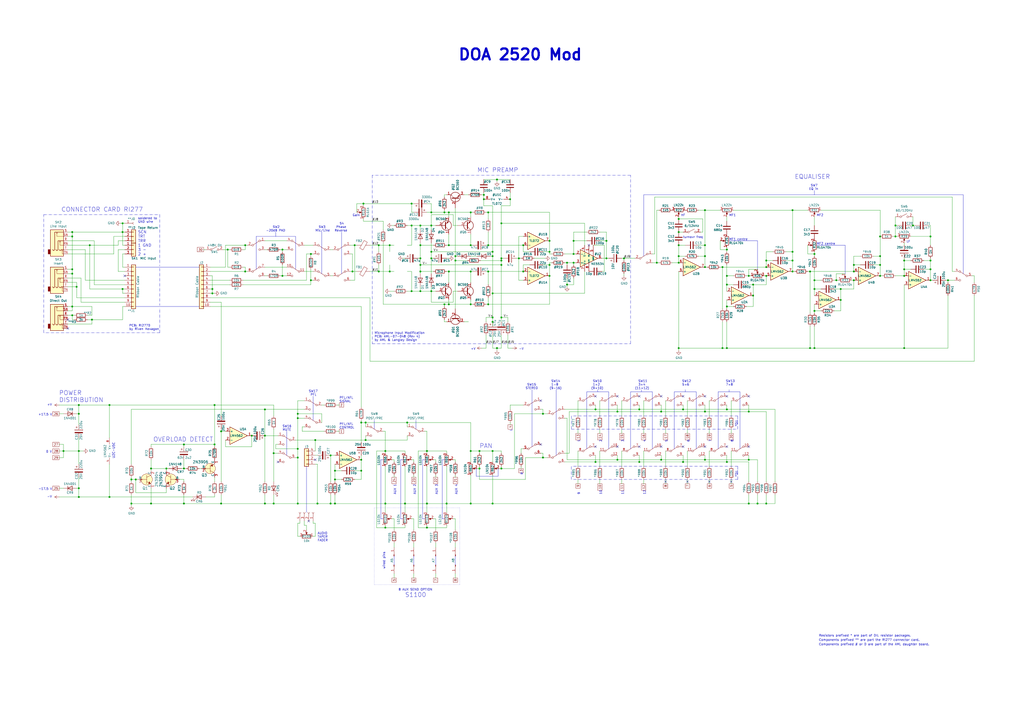
<source format=kicad_sch>
(kicad_sch (version 20230121) (generator eeschema)
  (paper "A2")
  (title_block (title "TAC Scorpion S1100 AML Langley Microphone Input Mod") (date "2022-07-01") (rev "0") (company "Riven Hexagon") (comment 1 "Circuit diagram by Riven Hexagon"))
  (junction (at 487.68 167.64))
  (junction (at 495.3 162.56))
  (junction (at 191.77 292.1))
  (junction (at 172.72 242.57))
  (junction (at 288.29 201.93))
  (junction (at 381 152.4))
  (junction (at 87.63 271.78))
  (junction (at 172.72 240.03))
  (junction (at 524.51 201.93))
  (junction (at 361.95 149.86))
  (junction (at 524.51 151.13))
  (junction (at 393.7 127))
  (junction (at 283.21 142.24))
  (junction (at 290.83 149.86))
  (junction (at 71.12 129.54))
  (junction (at 444.5 151.13))
  (junction (at 172.72 292.1))
  (junction (at 510.54 137.16))
  (junction (at 370.84 237.49))
  (junction (at 63.5 288.29))
  (junction (at 519.43 130.81))
  (junction (at 318.77 146.05))
  (junction (at 421.64 267.97))
  (junction (at 247.65 292.1))
  (junction (at 180.34 147.32))
  (junction (at 123.19 167.64))
  (junction (at 273.05 157.48))
  (junction (at 318.77 160.02))
  (junction (at 370.84 267.97))
  (junction (at 332.74 152.4))
  (junction (at 303.53 142.24))
  (junction (at 226.06 142.24))
  (junction (at 209.55 266.7))
  (junction (at 223.52 306.07))
  (junction (at 510.54 160.02))
  (junction (at 146.05 252.73))
  (junction (at 163.83 160.02))
  (junction (at 278.13 261.62))
  (junction (at 328.93 152.4))
  (junction (at 76.2 278.13))
  (junction (at 158.75 292.1))
  (junction (at 163.83 144.78))
  (junction (at 250.19 168.91))
  (junction (at 44.45 166.37))
  (junction (at 328.93 165.1))
  (junction (at 439.42 292.1))
  (junction (at 71.12 134.62))
  (junction (at 393.7 134.62))
  (junction (at 142.24 157.48))
  (junction (at 393.7 201.93))
  (junction (at 529.59 130.81))
  (junction (at 345.44 237.49))
  (junction (at 495.3 157.48))
  (junction (at 41.91 182.88))
  (junction (at 444.5 154.94))
  (junction (at 63.5 234.95))
  (junction (at 283.21 157.48))
  (junction (at 250.19 146.05))
  (junction (at 273.05 142.24))
  (junction (at 124.46 234.95))
  (junction (at 295.91 115.57))
  (junction (at 226.06 157.48))
  (junction (at 472.44 201.93))
  (junction (at 78.74 278.13))
  (junction (at 285.75 292.1))
  (junction (at 191.77 264.16))
  (junction (at 314.96 265.43))
  (junction (at 234.95 292.1))
  (junction (at 106.68 292.1))
  (junction (at 434.34 266.7))
  (junction (at 419.1 201.93))
  (junction (at 219.71 142.24))
  (junction (at 41.91 134.62))
  (junction (at 194.31 292.1))
  (junction (at 396.24 267.97))
  (junction (at 205.74 142.24))
  (junction (at 288.29 104.14))
  (junction (at 238.76 168.91))
  (junction (at 184.15 292.1))
  (junction (at 223.52 261.62))
  (junction (at 358.14 238.76))
  (junction (at 539.75 156.21))
  (junction (at 158.75 262.89))
  (junction (at 243.84 153.67))
  (junction (at 260.35 176.53))
  (junction (at 539.75 137.16))
  (junction (at 436.88 165.1))
  (junction (at 194.31 278.13))
  (junction (at 421.64 237.49))
  (junction (at 41.91 177.8))
  (junction (at 260.35 123.19))
  (junction (at 549.91 162.56))
  (junction (at 142.24 142.24))
  (junction (at 260.35 142.24))
  (junction (at 383.54 266.7))
  (junction (at 469.9 157.48))
  (junction (at 264.16 151.13))
  (junction (at 444.5 292.1))
  (junction (at 285.75 170.18))
  (junction (at 257.81 123.19))
  (junction (at 194.31 273.05))
  (junction (at 408.94 154.94))
  (junction (at 434.34 160.02))
  (junction (at 223.52 292.1))
  (junction (at 290.83 129.54))
  (junction (at 421.64 160.02))
  (junction (at 123.19 170.18))
  (junction (at 524.51 156.21))
  (junction (at 421.64 165.1))
  (junction (at 285.75 148.59))
  (junction (at 153.67 237.49))
  (junction (at 264.16 148.59))
  (junction (at 209.55 245.11))
  (junction (at 285.75 261.62))
  (junction (at 280.67 115.57))
  (junction (at 510.54 148.59))
  (junction (at 96.52 271.78))
  (junction (at 172.72 260.35))
  (junction (at 472.44 147.32))
  (junction (at 243.84 130.81))
  (junction (at 124.46 257.81))
  (junction (at 419.1 154.94))
  (junction (at 41.91 156.21))
  (junction (at 285.75 184.15))
  (junction (at 212.09 255.27))
  (junction (at 45.72 288.29))
  (junction (at 332.74 147.32))
  (junction (at 318.77 153.67))
  (junction (at 53.34 185.42))
  (junction (at 52.07 142.24))
  (junction (at 153.67 292.1))
  (junction (at 273.05 176.53))
  (junction (at 434.34 292.1))
  (junction (at 182.88 255.27))
  (junction (at 434.34 238.76))
  (junction (at 285.75 146.05))
  (junction (at 393.7 142.24))
  (junction (at 238.76 118.11))
  (junction (at 495.3 153.67))
  (junction (at 539.75 162.56))
  (junction (at 290.83 151.13))
  (junction (at 290.83 184.15))
  (junction (at 459.74 151.13))
  (junction (at 180.34 162.56))
  (junction (at 41.91 137.16))
  (junction (at 273.05 261.62))
  (junction (at 408.94 121.92))
  (junction (at 318.77 139.7))
  (junction (at 45.72 283.21))
  (junction (at 76.2 292.1))
  (junction (at 351.79 149.86))
  (junction (at 238.76 130.81))
  (junction (at 36.83 261.62))
  (junction (at 243.84 149.86))
  (junction (at 128.27 250.19))
  (junction (at 408.94 238.76))
  (junction (at 106.68 271.78))
  (junction (at 273.05 292.1))
  (junction (at 236.22 245.11))
  (junction (at 257.81 176.53))
  (junction (at 247.65 306.07))
  (junction (at 87.63 292.1))
  (junction (at 243.84 168.91))
  (junction (at 45.72 240.03))
  (junction (at 71.12 167.64))
  (junction (at 472.44 162.56))
  (junction (at 539.75 151.13))
  (junction (at 209.55 273.05))
  (junction (at 247.65 261.62))
  (junction (at 290.83 271.78))
  (junction (at 469.9 201.93))
  (junction (at 106.68 257.81))
  (junction (at 408.94 142.24))
  (junction (at 351.79 139.7))
  (junction (at 358.14 266.7))
  (junction (at 421.64 201.93))
  (junction (at 45.72 261.62))
  (junction (at 519.43 137.16))
  (junction (at 459.74 157.48))
  (junction (at 421.64 177.8))
  (junction (at 393.7 152.4))
  (junction (at 204.47 157.48))
  (junction (at 41.91 158.75))
  (junction (at 243.84 157.48))
  (junction (at 280.67 113.03))
  (junction (at 396.24 237.49))
  (junction (at 314.96 240.03))
  (junction (at 132.08 144.78))
  (junction (at 283.21 123.19))
  (junction (at 219.71 157.48))
  (junction (at 421.64 144.78))
  (junction (at 250.19 149.86))
  (junction (at 303.53 157.48))
  (junction (at 472.44 167.64))
  (junction (at 45.72 234.95))
  (junction (at 153.67 252.73))
  (junction (at 273.05 123.19))
  (junction (at 408.94 148.59))
  (junction (at 383.54 238.76))
  (junction (at 485.14 162.56))
  (junction (at 510.54 153.67))
  (junction (at 243.84 142.24))
  (junction (at 487.68 173.99))
  (junction (at 259.08 292.1))
  (junction (at 300.99 149.86))
  (junction (at 172.72 265.43))
  (junction (at 128.27 292.1))
  (junction (at 444.5 160.02))
  (junction (at 393.7 148.59))
  (junction (at 459.74 146.05))
  (junction (at 290.83 153.67))
  (junction (at 212.09 245.11))
  (junction (at 345.44 267.97))
  (junction (at 285.75 186.69))
  (junction (at 408.94 266.7))
  (junction (at 250.19 123.19))
  (junction (at 524.51 160.02))
  (junction (at 210.82 118.11))
  (junction (at 436.88 171.45))
  (junction (at 332.74 139.7))
  (junction (at 283.21 176.53))
  (junction (at 260.35 157.48))
  (junction (at 250.19 130.81))
  (junction (at 459.74 121.92))
  (junction (at 472.44 180.34))
  (junction (at 278.13 271.78))
  (no_connect (at 182.88 266.7))
  (no_connect (at 421.64 229.87))
  (no_connect (at 386.08 279.4))
  (no_connect (at 424.18 279.4))
  (no_connect (at 398.78 279.4))
  (no_connect (at 179.07 302.26))
  (no_connect (at 411.48 279.4))
  (no_connect (at 341.63 142.24))
  (no_connect (at 39.37 190.5))
  (no_connect (at 383.54 259.08))
  (no_connect (at 421.64 259.08))
  (no_connect (at 313.69 257.81))
  (no_connect (at 396.24 259.08))
  (no_connect (at 408.94 259.08))
  (no_connect (at 313.69 232.41))
  (no_connect (at 408.94 229.87))
  (no_connect (at 370.84 229.87))
  (no_connect (at 161.29 267.97))
  (no_connect (at 434.34 229.87))
  (no_connect (at 383.54 229.87))
  (no_connect (at 345.44 229.87))
  (no_connect (at 358.14 229.87))
  (no_connect (at 370.84 259.08))
  (no_connect (at 434.34 259.08))
  (no_connect (at 72.39 160.02))
  (no_connect (at 345.44 259.08))
  (no_connect (at 39.37 185.42))
  (no_connect (at 358.14 259.08))
  (no_connect (at 396.24 229.87))
  (wire (pts (xy 434.34 238.76) (xy 434.34 234.95)))
  (polyline (pts (xy 115.57 154.94) (xy 78.74 154.94)))
  (wire (pts (xy 434.34 267.97) (xy 421.64 267.97)))
  (wire (pts (xy 257.81 176.53) (xy 260.35 176.53)))
  (wire (pts (xy 396.24 264.16) (xy 396.24 267.97)))
  (wire (pts (xy 106.68 278.13) (xy 106.68 279.4)))
  (wire (pts (xy 434.34 267.97) (xy 434.34 279.4)))
  (polyline (pts (xy 166.37 264.16) (xy 166.37 250.19)))
  (wire (pts (xy 264.16 266.7) (xy 262.89 266.7)))
  (wire (pts (xy 552.45 157.48) (xy 553.72 157.48)))
  (wire (pts (xy 539.75 162.56) (xy 539.75 156.21)))
  (wire (pts (xy 411.48 270.51) (xy 411.48 261.62)))
  (wire (pts (xy 318.77 147.32) (xy 318.77 146.05)))
  (wire (pts (xy 181.61 303.53) (xy 181.61 302.26)))
  (wire (pts (xy 361.95 149.86) (xy 361.95 151.13)))
  (wire (pts (xy 223.52 306.07) (xy 218.44 306.07)))
  (wire (pts (xy 549.91 163.83) (xy 549.91 162.56)))
  (wire (pts (xy 240.03 118.11) (xy 238.76 118.11)))
  (wire (pts (xy 280.67 119.38) (xy 280.67 115.57)))
  (wire (pts (xy 212.09 255.27) (xy 236.22 255.27)))
  (wire (pts (xy 193.04 144.78) (xy 191.77 144.78)))
  (wire (pts (xy 260.35 123.19) (xy 260.35 125.73)))
  (wire (pts (xy 421.64 267.97) (xy 421.64 264.16)))
  (wire (pts (xy 214.63 142.24) (xy 219.71 142.24)))
  (wire (pts (xy 278.765 151.13) (xy 290.83 151.13)))
  (wire (pts (xy 469.9 189.23) (xy 469.9 201.93)))
  (wire (pts (xy 285.75 170.18) (xy 339.09 170.18)))
  (wire (pts (xy 524.51 156.21) (xy 524.51 151.13)))
  (wire (pts (xy 476.25 167.64) (xy 472.44 167.64)))
  (wire (pts (xy 280.67 115.57) (xy 280.67 113.03)))
  (wire (pts (xy 379.73 114.3) (xy 552.45 114.3)))
  (wire (pts (xy 303.53 260.35) (xy 302.26 260.35)))
  (wire (pts (xy 205.74 142.24) (xy 207.01 142.24)))
  (wire (pts (xy 285.75 170.18) (xy 285.75 184.15)))
  (wire (pts (xy 419.1 154.94) (xy 417.83 154.94)))
  (wire (pts (xy 469.9 181.61) (xy 469.9 157.48)))
  (wire (pts (xy 176.53 142.24) (xy 181.61 142.24)))
  (wire (pts (xy 520.7 130.81) (xy 519.43 130.81)))
  (wire (pts (xy 439.42 266.7) (xy 439.42 279.4)))
  (wire (pts (xy 393.7 152.4) (xy 393.7 148.59)))
  (wire (pts (xy 236.22 142.24) (xy 238.76 142.24)))
  (wire (pts (xy 487.68 180.34) (xy 487.68 173.99)))
  (wire (pts (xy 41.91 158.75) (xy 41.91 156.21)))
  (wire (pts (xy 373.38 248.92) (xy 373.38 251.46)))
  (wire (pts (xy 46.99 161.29) (xy 46.99 175.26)))
  (wire (pts (xy 264.16 148.59) (xy 264.16 120.65)))
  (wire (pts (xy 434.34 238.76) (xy 408.94 238.76)))
  (wire (pts (xy 223.52 262.89) (xy 223.52 261.62)))
  (wire (pts (xy 132.08 144.78) (xy 132.08 154.94)))
  (wire (pts (xy 330.2 262.89) (xy 330.2 238.76)))
  (wire (pts (xy 549.91 171.45) (xy 549.91 201.93)))
  (wire (pts (xy 421.64 179.07) (xy 421.64 177.8)))
  (wire (pts (xy 302.26 260.35) (xy 302.26 262.89)))
  (wire (pts (xy 273.05 261.62) (xy 273.05 267.97)))
  (wire (pts (xy 87.63 292.1) (xy 76.2 292.1)))
  (wire (pts (xy 204.47 157.48) (xy 204.47 147.32)))
  (wire (pts (xy 472.44 180.34) (xy 472.44 176.53)))
  (wire (pts (xy 276.86 271.78) (xy 278.13 271.78)))
  (wire (pts (xy 96.52 271.78) (xy 97.79 271.78)))
  (wire (pts (xy 368.3 149.86) (xy 361.95 149.86)))
  (wire (pts (xy 128.27 279.4) (xy 128.27 250.19)))
  (wire (pts (xy 295.91 245.11) (xy 295.91 246.38)))
  (wire (pts (xy 289.56 271.78) (xy 290.83 271.78)))
  (wire (pts (xy 386.08 278.13) (xy 386.08 280.67)))
  (wire (pts (xy 381 152.4) (xy 378.46 152.4)))
  (wire (pts (xy 242.57 149.86) (xy 243.84 149.86)))
  (polyline (pts (xy 25.4 124.46) (xy 92.71 124.46)) (stroke (width 0) (type dash_dot)))
  (wire (pts (xy 290.83 184.15) (xy 294.64 184.15)))
  (wire (pts (xy 71.12 154.94) (xy 71.12 147.32)))
  (wire (pts (xy 417.83 144.78) (xy 417.83 139.7)))
  (wire (pts (xy 240.03 266.7) (xy 238.76 266.7)))
  (wire (pts (xy 300.99 162.56) (xy 303.53 162.56)))
  (wire (pts (xy 468.63 147.32) (xy 472.44 147.32)))
  (wire (pts (xy 408.94 154.94) (xy 408.94 148.59)))
  (wire (pts (xy 358.14 266.7) (xy 383.54 266.7)))
  (wire (pts (xy 421.64 237.49) (xy 421.64 234.95)))
  (wire (pts (xy 290.83 184.15) (xy 290.83 186.69)))
  (wire (pts (xy 130.81 142.24) (xy 130.81 154.94)))
  (wire (pts (xy 264.16 151.13) (xy 264.16 179.07)))
  (wire (pts (xy 262.89 175.26) (xy 262.89 168.91)))
  (wire (pts (xy 45.72 261.62) (xy 45.72 269.24)))
  (wire (pts (xy 529.59 130.81) (xy 529.59 125.73)))
  (wire (pts (xy 360.68 278.13) (xy 360.68 280.67)))
  (wire (pts (xy 45.72 240.03) (xy 45.72 234.95)))
  (wire (pts (xy 361.95 158.75) (xy 361.95 160.02)))
  (wire (pts (xy 243.84 130.81) (xy 243.84 133.35)))
  (wire (pts (xy 133.35 162.56) (xy 121.92 162.56)))
  (wire (pts (xy 191.77 292.1) (xy 194.31 292.1)))
  (wire (pts (xy 539.75 151.13) (xy 539.75 149.86)))
  (wire (pts (xy 238.76 118.11) (xy 210.82 118.11)))
  (wire (pts (xy 226.06 157.48) (xy 219.71 157.48)))
  (wire (pts (xy 142.24 154.94) (xy 142.24 157.48)))
  (wire (pts (xy 142.24 144.78) (xy 142.24 142.24)))
  (wire (pts (xy 335.28 270.51) (xy 335.28 261.62)))
  (wire (pts (xy 194.31 287.02) (xy 194.31 292.1)))
  (wire (pts (xy 250.19 124.46) (xy 250.19 130.81)))
  (wire (pts (xy 411.48 232.41) (xy 411.48 241.3)))
  (wire (pts (xy 71.12 129.54) (xy 69.85 129.54)))
  (wire (pts (xy 347.98 248.92) (xy 347.98 251.46)))
  (wire (pts (xy 186.69 245.11) (xy 186.69 240.03)))
  (wire (pts (xy 228.6 157.48) (xy 226.06 157.48)))
  (wire (pts (xy 419.1 201.93) (xy 421.64 201.93)))
  (polyline (pts (xy 427.99 278.13) (xy 427.99 270.51)) (stroke (width 0) (type dash_dot)))
  (wire (pts (xy 72.39 154.94) (xy 71.12 154.94)))
  (wire (pts (xy 304.8 278.13) (xy 278.13 278.13)))
  (wire (pts (xy 472.44 181.61) (xy 472.44 180.34)))
  (wire (pts (xy 163.83 160.02) (xy 166.37 160.02)))
  (wire (pts (xy 335.28 241.3) (xy 335.28 232.41)))
  (wire (pts (xy 313.69 237.49) (xy 314.96 237.49)))
  (wire (pts (xy 360.68 149.86) (xy 361.95 149.86)))
  (wire (pts (xy 276.86 148.59) (xy 273.05 148.59)))
  (wire (pts (xy 46.99 175.26) (xy 72.39 175.26)))
  (wire (pts (xy 449.58 287.02) (xy 449.58 292.1)))
  (wire (pts (xy 425.45 160.02) (xy 421.64 160.02)))
  (wire (pts (xy 142.24 157.48) (xy 121.92 157.48)))
  (wire (pts (xy 396.24 267.97) (xy 421.64 267.97)))
  (wire (pts (xy 283.21 123.19) (xy 283.21 127)))
  (wire (pts (xy 227.33 266.7) (xy 228.6 266.7)))
  (wire (pts (xy 228.6 266.7) (xy 228.6 267.97)))
  (wire (pts (xy 472.44 201.93) (xy 524.51 201.93)))
  (wire (pts (xy 45.72 276.86) (xy 45.72 283.21)))
  (wire (pts (xy 295.91 119.38) (xy 290.83 119.38)))
  (wire (pts (xy 328.93 266.7) (xy 328.93 242.57)))
  (wire (pts (xy 274.32 123.19) (xy 273.05 123.19)))
  (wire (pts (xy 184.15 264.16) (xy 182.88 264.16)))
  (wire (pts (xy 288.29 105.41) (xy 288.29 104.14)))
  (wire (pts (xy 44.45 166.37) (xy 39.37 166.37)))
  (wire (pts (xy 274.32 157.48) (xy 273.05 157.48)))
  (wire (pts (xy 411.48 248.92) (xy 411.48 251.46)))
  (wire (pts (xy 283.21 176.53) (xy 283.21 172.72)))
  (wire (pts (xy 259.08 292.1) (xy 259.08 297.18)))
  (wire (pts (xy 247.65 262.89) (xy 247.65 261.62)))
  (wire (pts (xy 408.94 264.16) (xy 408.94 266.7)))
  (polyline (pts (xy 241.3 248.92) (xy 241.3 243.84)))
  (wire (pts (xy 393.7 142.24) (xy 393.7 148.59)))
  (wire (pts (xy 317.5 265.43) (xy 314.96 265.43)))
  (wire (pts (xy 243.84 168.91) (xy 250.19 168.91)))
  (wire (pts (xy 539.75 137.16) (xy 539.75 142.24)))
  (wire (pts (xy 218.44 261.62) (xy 223.52 261.62)))
  (wire (pts (xy 398.78 278.13) (xy 398.78 280.67)))
  (wire (pts (xy 386.08 232.41) (xy 386.08 241.3)))
  (polyline (pts (xy 245.11 266.7) (xy 245.11 300.99)))
  (wire (pts (xy 444.5 238.76) (xy 444.5 279.4)))
  (wire (pts (xy 36.83 265.43) (xy 36.83 261.62)))
  (wire (pts (xy 238.76 118.11) (xy 238.76 123.19)))
  (wire (pts (xy 177.8 162.56) (xy 177.8 147.32)))
  (wire (pts (xy 259.08 113.03) (xy 257.81 113.03)))
  (wire (pts (xy 539.75 156.21) (xy 539.75 151.13)))
  (wire (pts (xy 468.63 147.32) (xy 468.63 142.24)))
  (wire (pts (xy 303.53 157.48) (xy 283.21 157.48)))
  (wire (pts (xy 285.75 194.31) (xy 285.75 201.93)))
  (polyline (pts (xy 353.06 260.35) (xy 353.06 227.33)))
  (wire (pts (xy 240.03 307.34) (xy 240.03 300.99)))
  (wire (pts (xy 398.78 270.51) (xy 398.78 261.62)))
  (wire (pts (xy 448.31 151.13) (xy 444.5 151.13)))
  (wire (pts (xy 173.99 311.15) (xy 172.72 311.15)))
  (wire (pts (xy 36.83 240.03) (xy 34.29 240.03)))
  (wire (pts (xy 290.83 153.67) (xy 290.83 184.15)))
  (wire (pts (xy 304.8 278.13) (xy 304.8 265.43)))
  (wire (pts (xy 106.68 271.78) (xy 107.95 271.78)))
  (wire (pts (xy 71.12 170.18) (xy 71.12 167.64)))
  (wire (pts (xy 146.05 259.08) (xy 130.81 259.08)))
  (wire (pts (xy 180.34 147.32) (xy 181.61 147.32)))
  (wire (pts (xy 469.9 157.48) (xy 468.63 157.48)))
  (wire (pts (xy 87.63 257.81) (xy 87.63 259.08)))
  (wire (pts (xy 186.69 240.03) (xy 172.72 240.03)))
  (polyline (pts (xy 257.81 266.7) (xy 256.54 266.7)))
  (wire (pts (xy 264.16 148.59) (xy 264.16 151.13)))
  (wire (pts (xy 128.27 292.1) (xy 128.27 287.02)))
  (wire (pts (xy 44.45 283.21) (xy 45.72 283.21)))
  (wire (pts (xy 71.12 177.8) (xy 72.39 177.8)))
  (wire (pts (xy 273.05 292.1) (xy 285.75 292.1)))
  (wire (pts (xy 487.68 167.64) (xy 483.87 167.64)))
  (polyline (pts (xy 222.25 266.7) (xy 220.98 266.7)))
  (wire (pts (xy 290.83 261.62) (xy 290.83 262.89)))
  (polyline (pts (xy 403.86 260.35) (xy 403.86 227.33)))
  (wire (pts (xy 351.79 139.7) (xy 347.98 139.7)))
  (wire (pts (xy 303.53 234.95) (xy 295.91 234.95)))
  (wire (pts (xy 314.96 153.67) (xy 318.77 153.67)))
  (wire (pts (xy 264.16 276.86) (xy 264.16 275.59)))
  (wire (pts (xy 524.51 160.02) (xy 519.43 160.02)))
  (wire (pts (xy 234.95 292.1) (xy 223.52 292.1)))
  (wire (pts (xy 247.65 297.18) (xy 247.65 292.1)))
  (wire (pts (xy 259.08 270.51) (xy 259.08 292.1)))
  (wire (pts (xy 226.06 153.67) (xy 226.06 157.48)))
  (wire (pts (xy 444.5 292.1) (xy 449.58 292.1)))
  (polyline (pts (xy 427.99 241.3) (xy 331.47 241.3)) (stroke (width 0) (type dash_dot)))
  (wire (pts (xy 434.34 264.16) (xy 434.34 266.7)))
  (wire (pts (xy 247.65 306.07) (xy 247.65 304.8)))
  (wire (pts (xy 68.58 142.24) (xy 52.07 142.24)))
  (wire (pts (xy 549.91 162.56) (xy 548.64 162.56)))
  (wire (pts (xy 273.05 173.99) (xy 273.05 176.53)))
  (wire (pts (xy 349.25 149.86) (xy 351.79 149.86)))
  (wire (pts (xy 280.67 104.14) (xy 288.29 104.14)))
  (wire (pts (xy 44.45 240.03) (xy 45.72 240.03)))
  (wire (pts (xy 228.6 300.99) (xy 227.33 300.99)))
  (polyline (pts (xy 92.71 124.46) (xy 92.71 154.305)) (stroke (width 0) (type dash_dot)))
  (wire (pts (xy 389.89 152.4) (xy 393.7 152.4)))
  (wire (pts (xy 87.63 271.78) (xy 87.63 266.7)))
  (wire (pts (xy 240.03 300.99) (xy 238.76 300.99)))
  (polyline (pts (xy 365.76 199.39) (xy 365.76 101.6)) (stroke (width 0) (type dash_dot)))
  (wire (pts (xy 264.16 317.5) (xy 264.16 314.96)))
  (wire (pts (xy 281.94 142.24) (xy 283.21 142.24)))
  (wire (pts (xy 262.89 124.46) (xy 250.19 124.46)))
  (wire (pts (xy 106.68 257.81) (xy 87.63 257.81)))
  (wire (pts (xy 240.03 276.86) (xy 240.03 275.59)))
  (wire (pts (xy 307.34 146.05) (xy 303.53 146.05)))
  (wire (pts (xy 444.5 151.13) (xy 444.5 154.94)))
  (wire (pts (xy 234.95 297.18) (xy 234.95 292.1)))
  (polyline (pts (xy 264.16 327.66) (xy 264.16 322.58)))
  (wire (pts (xy 316.23 149.86) (xy 309.88 149.86)))
  (wire (pts (xy 273.05 142.24) (xy 273.05 135.89)))
  (wire (pts (xy 172.72 265.43) (xy 172.72 260.35)))
  (wire (pts (xy 223.52 304.8) (xy 223.52 306.07)))
  (wire (pts (xy 247.65 261.62) (xy 247.65 250.19)))
  (polyline (pts (xy 215.9 101.6) (xy 215.9 199.39)) (stroke (width 0) (type dash_dot)))
  (wire (pts (xy 273.05 176.53) (xy 260.35 176.53)))
  (wire (pts (xy 295.91 237.49) (xy 295.91 234.95)))
  (wire (pts (xy 300.99 149.86) (xy 302.26 149.86)))
  (wire (pts (xy 379.73 147.32) (xy 379.73 114.3)))
  (wire (pts (xy 304.8 265.43) (xy 314.96 265.43)))
  (wire (pts (xy 63.5 269.24) (xy 63.5 288.29)))
  (wire (pts (xy 236.22 130.81) (xy 238.76 130.81)))
  (wire (pts (xy 121.92 177.8) (xy 209.55 177.8)))
  (wire (pts (xy 219.71 142.24) (xy 219.71 146.05)))
  (wire (pts (xy 205.74 142.24) (xy 203.2 142.24)))
  (wire (pts (xy 123.19 167.64) (xy 121.92 167.64)))
  (wire (pts (xy 96.52 285.75) (xy 78.74 285.75)))
  (polyline (pts (xy 25.4 193.04) (xy 25.4 124.46)) (stroke (width 0) (type dash_dot)))
  (wire (pts (xy 214.63 172.72) (xy 214.63 209.55)))
  (wire (pts (xy 358.14 238.76) (xy 383.54 238.76)))
  (wire (pts (xy 396.24 237.49) (xy 396.24 234.95)))
  (wire (pts (xy 290.83 119.38) (xy 290.83 129.54)))
  (wire (pts (xy 203.2 162.56) (xy 205.74 162.56)))
  (wire (pts (xy 209.55 278.13) (xy 209.55 273.05)))
  (wire (pts (xy 142.24 142.24) (xy 143.51 142.24)))
  (wire (pts (xy 184.15 269.24) (xy 184.15 292.1)))
  (wire (pts (xy 264.16 307.34) (xy 264.16 300.99)))
  (wire (pts (xy 529.59 130.81) (xy 530.86 130.81)))
  (wire (pts (xy 182.88 303.53) (xy 181.61 303.53)))
  (wire (pts (xy 243.84 130.81) (xy 250.19 130.81)))
  (wire (pts (xy 353.06 149.86) (xy 351.79 149.86)))
  (wire (pts (xy 386.08 248.92) (xy 386.08 251.46)))
  (polyline (pts (xy 473.71 142.24) (xy 490.22 142.24)))
  (wire (pts (xy 290.83 271.78) (xy 290.83 270.51)))
  (wire (pts (xy 226.06 146.05) (xy 226.06 142.24)))
  (wire (pts (xy 223.52 297.18) (xy 223.52 292.1)))
  (wire (pts (xy 303.53 146.05) (xy 303.53 142.24)))
  (wire (pts (xy 124.46 276.86) (xy 124.46 279.4)))
  (wire (pts (xy 49.53 144.78) (xy 49.53 162.56)))
  (wire (pts (xy 76.2 293.37) (xy 76.2 292.1)))
  (wire (pts (xy 180.34 162.56) (xy 181.61 162.56)))
  (wire (pts (xy 66.04 147.32) (xy 39.37 147.32)))
  (wire (pts (xy 290.83 151.13) (xy 290.83 153.67)))
  (wire (pts (xy 419.1 186.69) (xy 419.1 201.93)))
  (wire (pts (xy 300.99 149.86) (xy 300.99 162.56)))
  (wire (pts (xy 345.44 264.16) (xy 345.44 267.97)))
  (wire (pts (xy 194.31 273.05) (xy 194.31 269.24)))
  (wire (pts (xy 332.74 165.1) (xy 332.74 161.29)))
  (wire (pts (xy 72.39 137.16) (xy 66.04 137.16)))
  (polyline (pts (xy 245.11 300.99) (xy 246.38 300.99)))
  (wire (pts (xy 383.54 238.76) (xy 383.54 234.95)))
  (wire (pts (xy 39.37 161.29) (xy 46.99 161.29)))
  (wire (pts (xy 345.44 237.49) (xy 345.44 234.95)))
  (wire (pts (xy 285.75 146.05) (xy 285.75 119.38)))
  (polyline (pts (xy 256.54 266.7) (xy 256.54 300.99)))
  (wire (pts (xy 419.1 179.07) (xy 419.1 154.94)))
  (wire (pts (xy 76.2 287.02) (xy 76.2 292.1)))
  (wire (pts (xy 511.81 160.02) (xy 510.54 160.02)))
  (wire (pts (xy 264.16 267.97) (xy 264.16 266.7)))
  (wire (pts (xy 307.34 153.67) (xy 303.53 153.67)))
  (polyline (pts (xy 186.69 158.75) (xy 186.69 134.62)))
  (wire (pts (xy 252.73 275.59) (xy 252.73 276.86)))
  (wire (pts (xy 421.64 165.1) (xy 421.64 168.91)))
  (wire (pts (xy 222.25 140.97) (xy 222.25 176.53)))
  (wire (pts (xy 411.48 278.13) (xy 411.48 280.67)))
  (polyline (pts (xy 558.8 113.03) (xy 373.38 113.03)))
  (wire (pts (xy 243.84 157.48) (xy 243.84 158.75)))
  (wire (pts (xy 257.81 113.03) (xy 257.81 114.3)))
  (wire (pts (xy 196.85 250.19) (xy 195.58 250.19)))
  (wire (pts (xy 41.91 134.62) (xy 39.37 134.62)))
  (wire (pts (xy 300.99 137.16) (xy 303.53 137.16)))
  (wire (pts (xy 223.52 250.19) (xy 222.25 250.19)))
  (wire (pts (xy 318.77 123.19) (xy 318.77 139.7)))
  (polyline (pts (xy 427.99 248.92) (xy 427.99 241.3)) (stroke (width 0) (type dash_dot)))
  (wire (pts (xy 172.72 311.15) (xy 172.72 303.53)))
  (wire (pts (xy 191.77 279.4) (xy 191.77 264.16)))
  (wire (pts (xy 510.54 160.02) (xy 510.54 153.67)))
  (wire (pts (xy 71.12 134.62) (xy 72.39 134.62)))
  (wire (pts (xy 519.43 137.16) (xy 520.7 137.16)))
  (wire (pts (xy 68.58 139.7) (xy 68.58 142.24)))
  (wire (pts (xy 133.35 154.94) (xy 132.08 154.94)))
  (wire (pts (xy 421.64 160.02) (xy 421.64 153.67)))
  (wire (pts (xy 228.6 335.28) (xy 228.6 332.74)))
  (wire (pts (xy 472.44 167.64) (xy 472.44 171.45)))
  (wire (pts (xy 205.74 273.05) (xy 209.55 273.05)))
  (polyline (pts (xy 429.26 227.33) (xy 416.56 227.33)))
  (wire (pts (xy 41.91 134.62) (xy 71.12 134.62)))
  (wire (pts (xy 240.03 123.19) (xy 238.76 123.19)))
  (wire (pts (xy 173.99 303.53) (xy 173.99 302.26)))
  (wire (pts (xy 398.78 232.41) (xy 398.78 241.3)))
  (wire (pts (xy 227.33 130.81) (xy 228.6 130.81)))
  (wire (pts (xy 260.35 149.86) (xy 259.08 149.86)))
  (polyline (pts (xy 276.225 271.78) (xy 276.225 276.225)))
  (wire (pts (xy 44.45 166.37) (xy 44.45 172.72)))
  (wire (pts (xy 461.01 157.48) (xy 459.74 157.48)))
  (wire (pts (xy 251.46 142.24) (xy 243.84 142.24)))
  (polyline (pts (xy 427.99 270.51) (xy 331.47 270.51)) (stroke (width 0) (type dash_dot)))
  (wire (pts (xy 360.68 232.41) (xy 360.68 241.3)))
  (wire (pts (xy 153.67 160.02) (xy 154.94 160.02)))
  (wire (pts (xy 121.92 172.72) (xy 214.63 172.72)))
  (wire (pts (xy 358.14 234.95) (xy 358.14 238.76)))
  (wire (pts (xy 314.96 146.05) (xy 318.77 146.05)))
  (wire (pts (xy 279.4 201.93) (xy 281.94 201.93)))
  (wire (pts (xy 285.75 184.15) (xy 281.94 184.15)))
  (wire (pts (xy 71.12 185.42) (xy 71.12 177.8)))
  (wire (pts (xy 459.74 151.13) (xy 459.74 146.05)))
  (polyline (pts (xy 266.7 294.64) (xy 266.7 339.09)) (stroke (width 0) (type dot)))
  (wire (pts (xy 153.67 292.1) (xy 128.27 292.1)))
  (wire (pts (xy 106.68 259.08) (xy 106.68 257.81)))
  (wire (pts (xy 228.6 317.5) (xy 228.6 314.96)))
  (wire (pts (xy 153.67 252.73) (xy 161.29 252.73)))
  (polyline (pts (xy 558.8 158.75) (xy 558.8 113.03)))
  (wire (pts (xy 472.44 130.81) (xy 472.44 125.73)))
  (polyline (pts (xy 378.46 260.35) (xy 378.46 227.33)))
  (wire (pts (xy 318.77 152.4) (xy 320.04 152.4)))
  (wire (pts (xy 328.93 165.1) (xy 328.93 166.37)))
  (wire (pts (xy 54.61 165.1) (xy 72.39 165.1)))
  (wire (pts (xy 129.54 144.78) (xy 132.08 144.78)))
  (wire (pts (xy 96.52 283.21) (xy 96.52 285.75)))
  (wire (pts (xy 34.29 265.43) (xy 36.83 265.43)))
  (wire (pts (xy 281.94 176.53) (xy 283.21 176.53)))
  (wire (pts (xy 39.37 137.16) (xy 41.91 137.16)))
  (wire (pts (xy 510.54 121.92) (xy 476.25 121.92)))
  (wire (pts (xy 41.91 180.34) (xy 41.91 177.8)))
  (wire (pts (xy 172.72 242.57) (xy 172.72 260.35)))
  (wire (pts (xy 381 121.92) (xy 381 152.4)))
  (wire (pts (xy 273.05 157.48) (xy 260.35 157.48)))
  (wire (pts (xy 519.43 130.81) (xy 519.43 125.73)))
  (wire (pts (xy 339.09 129.54) (xy 339.09 142.24)))
  (wire (pts (xy 128.27 248.92) (xy 128.27 250.19)))
  (wire (pts (xy 222.25 176.53) (xy 257.81 176.53)))
  (wire (pts (xy 228.6 142.24) (xy 226.06 142.24)))
  (wire (pts (xy 407.67 127) (xy 407.67 134.62)))
  (wire (pts (xy 370.84 237.49) (xy 370.84 234.95)))
  (wire (pts (xy 281.94 123.19) (xy 283.21 123.19)))
  (wire (pts (xy 373.38 232.41) (xy 373.38 241.3)))
  (wire (pts (xy 280.67 111.76) (xy 280.67 113.03)))
  (wire (pts (xy 524.51 165.1) (xy 524.51 201.93)))
  (wire (pts (xy 191.77 292.1) (xy 191.77 287.02)))
  (wire (pts (xy 247.65 292.1) (xy 234.95 292.1)))
  (wire (pts (xy 53.34 185.42) (xy 50.8 185.42)))
  (wire (pts (xy 128.27 241.3) (xy 128.27 175.26)))
  (wire (pts (xy 405.13 121.92) (xy 408.94 121.92)))
  (wire (pts (xy 285.75 146.05) (xy 250.19 146.05)))
  (wire (pts (xy 290.83 201.93) (xy 288.29 201.93)))
  (wire (pts (xy 182.88 311.15) (xy 182.88 303.53)))
  (wire (pts (xy 76.2 278.13) (xy 76.2 279.4)))
  (wire (pts (xy 424.18 270.51) (xy 424.18 261.62)))
  (wire (pts (xy 332.74 153.67) (xy 332.74 152.4)))
  (wire (pts (xy 327.66 147.32) (xy 332.74 147.32)))
  (wire (pts (xy 528.32 137.16) (xy 539.75 137.16)))
  (wire (pts (xy 252.73 317.5) (xy 252.73 314.96)))
  (wire (pts (xy 63.5 288.29) (xy 111.76 288.29)))
  (wire (pts (xy 524.51 151.13) (xy 524.51 149.86)))
  (wire (pts (xy 264.16 151.13) (xy 271.145 151.13)))
  (wire (pts (xy 345.44 237.49) (xy 370.84 237.49)))
  (wire (pts (xy 191.77 160.02) (xy 193.04 160.02)))
  (wire (pts (xy 128.27 250.19) (xy 130.81 250.19)))
  (wire (pts (xy 444.5 146.05) (xy 448.31 146.05)))
  (wire (pts (xy 459.74 151.13) (xy 455.93 151.13)))
  (wire (pts (xy 410.21 154.94) (xy 408.94 154.94)))
  (wire (pts (xy 162.56 160.02) (xy 163.83 160.02)))
  (wire (pts (xy 439.42 292.1) (xy 439.42 287.02)))
  (wire (pts (xy 499.11 153.67) (xy 495.3 153.67)))
  (wire (pts (xy 71.12 129.54) (xy 71.12 134.62)))
  (wire (pts (xy 436.88 177.8) (xy 436.88 171.45)))
  (wire (pts (xy 335.28 278.13) (xy 335.28 280.67)))
  (wire (pts (xy 476.25 180.34) (xy 472.44 180.34)))
  (wire (pts (xy 292.1 149.86) (xy 290.83 149.86)))
  (wire (pts (xy 44.45 163.83) (xy 44.45 166.37)))
  (wire (pts (xy 273.05 123.19) (xy 260.35 123.19)))
  (wire (pts (xy 434.34 238.76) (xy 444.5 238.76)))
  (wire (pts (xy 198.12 278.13) (xy 194.31 278.13)))
  (wire (pts (xy 71.12 147.32) (xy 72.39 147.32)))
  (wire (pts (xy 495.3 162.56) (xy 495.3 167.64)))
  (wire (pts (xy 41.91 137.16) (xy 41.91 156.21)))
  (polyline (pts (xy 217.17 294.64) (xy 266.7 294.64)) (stroke (width 0) (type dot)))
  (wire (pts (xy 226.06 142.24) (xy 219.71 142.24)))
  (polyline (pts (xy 246.38 266.7) (xy 245.11 266.7)))
  (wire (pts (xy 247.65 261.62) (xy 242.57 261.62)))
  (wire (pts (xy 234.95 262.89) (xy 234.95 261.62)))
  (wire (pts (xy 45.72 254) (xy 45.72 261.62)))
  (wire (pts (xy 243.84 140.97) (xy 243.84 142.24)))
  (wire (pts (xy 87.63 273.05) (xy 87.63 271.78)))
  (wire (pts (xy 459.74 146.05) (xy 455.93 146.05)))
  (wire (pts (xy 295.91 115.57) (xy 295.91 119.38)))
  (wire (pts (xy 172.72 292.1) (xy 158.75 292.1)))
  (polyline (pts (xy 422.91 227.33) (xy 422.91 226.06)))
  (wire (pts (xy 285.75 186.69) (xy 285.75 189.23)))
  (wire (pts (xy 252.73 335.28) (xy 252.73 332.74)))
  (wire (pts (xy 182.88 255.27) (xy 171.45 255.27)))
  (wire (pts (xy 182.88 261.62) (xy 182.88 255.27)))
  (polyline (pts (xy 256.54 300.99) (xy 257.81 300.99)))
  (wire (pts (xy 71.12 142.24) (xy 71.12 134.62)))
  (wire (pts (xy 358.14 264.16) (xy 358.14 266.7)))
  (wire (pts (xy 143.51 157.48) (xy 142.24 157.48)))
  (wire (pts (xy 383.54 266.7) (xy 408.94 266.7)))
  (wire (pts (xy 210.82 118.11) (xy 207.01 118.11)))
  (wire (pts (xy 172.72 232.41) (xy 176.53 232.41)))
  (wire (pts (xy 153.67 279.4) (xy 153.67 252.73)))
  (wire (pts (xy 251.46 149.86) (xy 250.19 149.86)))
  (wire (pts (xy 396.24 237.49) (xy 370.84 237.49)))
  (wire (pts (xy 303.53 153.67) (xy 303.53 157.48)))
  (wire (pts (xy 288.29 104.14) (xy 295.91 104.14)))
  (wire (pts (xy 417.83 144.78) (xy 421.64 144.78)))
  (wire (pts (xy 421.64 237.49) (xy 449.58 237.49)))
  (wire (pts (xy 434.34 292.1) (xy 434.34 287.02)))
  (wire (pts (xy 106.68 292.1) (xy 87.63 292.1)))
  (wire (pts (xy 54.61 139.7) (xy 54.61 165.1)))
  (wire (pts (xy 212.09 252.73) (xy 212.09 255.27)))
  (wire (pts (xy 257.81 123.19) (xy 250.19 123.19)))
  (wire (pts (xy 43.18 185.42) (xy 41.91 185.42)))
  (wire (pts (xy 444.5 165.1) (xy 436.88 165.1)))
  (wire (pts (xy 444.5 160.02) (xy 444.5 165.1)))
  (wire (pts (xy 72.39 170.18) (xy 71.12 170.18)))
  (wire (pts (xy 539.75 130.81) (xy 538.48 130.81)))
  (wire (pts (xy 39.37 158.75) (xy 41.91 158.75)))
  (wire (pts (xy 318.77 176.53) (xy 318.77 160.02)))
  (wire (pts (xy 271.78 186.69) (xy 269.24 186.69)))
  (wire (pts (xy 130.81 259.08) (xy 130.81 255.27)))
  (wire (pts (xy 240.03 267.97) (xy 240.03 266.7)))
  (wire (pts (xy 398.78 248.92) (xy 398.78 251.46)))
  (wire (pts (xy 280.67 113.03) (xy 279.4 113.03)))
  (wire (pts (xy 444.5 154.94) (xy 419.1 154.94)))
  (wire (pts (xy 53.34 177.8) (xy 41.91 177.8)))
  (wire (pts (xy 262.89 168.91) (xy 265.43 168.91)))
  (wire (pts (xy 298.45 271.78) (xy 290.83 271.78)))
  (wire (pts (xy 535.94 156.21) (xy 539.75 156.21)))
  (wire (pts (xy 160.02 260.35) (xy 172.72 260.35)))
  (wire (pts (xy 424.18 248.92) (xy 424.18 251.46)))
  (wire (pts (xy 283.21 176.53) (xy 318.77 176.53)))
  (wire (pts (xy 327.66 237.49) (xy 345.44 237.49)))
  (wire (pts (xy 405.13 142.24) (xy 408.94 142.24)))
  (wire (pts (xy 71.12 167.64) (xy 72.39 167.64)))
  (wire (pts (xy 281.94 157.48) (xy 283.21 157.48)))
  (wire (pts (xy 408.94 238.76) (xy 383.54 238.76)))
  (wire (pts (xy 194.31 278.13) (xy 194.31 273.05)))
  (wire (pts (xy 175.26 250.19) (xy 175.26 247.65)))
  (wire (pts (xy 50.8 182.88) (xy 53.34 182.88)))
  (polyline (pts (xy 181.61 243.84) (xy 181.61 229.87)))
  (wire (pts (xy 510.54 148.59) (xy 506.73 148.59)))
  (wire (pts (xy 393.7 127) (xy 393.7 125.73)))
  (wire (pts (xy 161.29 257.81) (xy 160.02 257.81)))
  (wire (pts (xy 250.19 146.05) (xy 250.19 149.86)))
  (wire (pts (xy 524.51 160.02) (xy 524.51 156.21)))
  (wire (pts (xy 124.46 288.29) (xy 119.38 288.29)))
  (polyline (pts (xy 171.45 137.16) (xy 171.45 156.21)))
  (wire (pts (xy 204.47 147.32) (xy 203.2 147.32)))
  (wire (pts (xy 250.19 140.97) (xy 250.19 146.05)))
  (wire (pts (xy 494.03 162.56) (xy 495.3 162.56)))
  (wire (pts (xy 240.03 317.5) (xy 240.03 314.96)))
  (wire (pts (xy 285.75 148.59) (xy 285.75 170.18)))
  (wire (pts (xy 444.5 151.13) (xy 444.5 146.05)))
  (wire (pts (xy 294.64 184.15) (xy 294.64 186.69)))
  (wire (pts (xy 207.01 118.11) (xy 207.01 123.19)))
  (wire (pts (xy 273.05 261.62) (xy 278.13 261.62)))
  (wire (pts (xy 350.52 142.24) (xy 344.17 142.24)))
  (polyline (pts (xy 220.98 266.7) (xy 220.98 300.99)))
  (wire (pts (xy 124.46 234.95) (xy 158.75 234.95)))
  (wire (pts (xy 53.34 182.88) (xy 53.34 177.8)))
  (wire (pts (xy 294.64 201.93) (xy 294.64 194.31)))
  (wire (pts (xy 209.55 273.05) (xy 209.55 266.7)))
  (wire (pts (xy 393.7 203.2) (xy 393.7 201.93)))
  (wire (pts (xy 408.94 142.24) (xy 408.94 121.92)))
  (wire (pts (xy 176.53 304.8) (xy 177.8 304.8)))
  (wire (pts (xy 260.35 142.24) (xy 273.05 142.24)))
  (wire (pts (xy 360.68 270.51) (xy 360.68 261.62)))
  (polyline (pts (xy 472.44 113.03) (xy 472.44 110.49)))
  (wire (pts (xy 278.13 261.62) (xy 278.13 262.89)))
  (wire (pts (xy 283.21 157.48) (xy 283.21 165.1)))
  (polyline (pts (xy 198.12 158.75) (xy 198.12 134.62)))
  (wire (pts (xy 39.37 180.34) (xy 41.91 180.34)))
  (polyline (pts (xy 160.02 134.62) (xy 160.02 137.16)))
  (wire (pts (xy 238.76 130.81) (xy 243.84 130.81)))
  (wire (pts (xy 124.46 259.08) (xy 124.46 257.81)))
  (wire (pts (xy 472.44 162.56) (xy 472.44 167.64)))
  (wire (pts (xy 124.46 257.81) (xy 106.68 257.81)))
  (wire (pts (xy 303.53 142.24) (xy 283.21 142.24)))
  (polyline (pts (xy 232.41 266.7) (xy 232.41 300.99)))
  (wire (pts (xy 172.72 265.43) (xy 172.72 292.1)))
  (wire (pts (xy 257.81 177.8) (xy 257.81 176.53)))
  (polyline (pts (xy 353.06 227.33) (xy 340.36 227.33)))
  (wire (pts (xy 177.8 304.8) (xy 177.8 307.34)))
  (wire (pts (xy 158.75 248.92) (xy 158.75 262.89)))
  (wire (pts (xy 161.29 262.89) (xy 158.75 262.89)))
  (polyline (pts (xy 228.6 327.66) (xy 228.6 322.58)))
  (polyline (pts (xy 322.58 264.16) (xy 322.58 226.06)))
  (polyline (pts (xy 373.38 113.03) (xy 373.38 148.59)))
  (wire (pts (xy 72.39 139.7) (xy 68.58 139.7)))
  (wire (pts (xy 39.37 142.24) (xy 52.07 142.24)))
  (wire (pts (xy 553.72 162.56) (xy 549.91 162.56)))
  (wire (pts (xy 510.54 153.67) (xy 506.73 153.67)))
  (wire (pts (xy 518.16 137.16) (xy 519.43 137.16)))
  (wire (pts (xy 162.56 144.78) (xy 163.83 144.78)))
  (wire (pts (xy 539.75 151.13) (xy 535.94 151.13)))
  (wire (pts (xy 327.66 262.89) (xy 330.2 262.89)))
  (wire (pts (xy 250.19 175.26) (xy 250.19 168.91)))
  (wire (pts (xy 433.07 160.02) (xy 434.34 160.02)))
  (wire (pts (xy 565.15 209.55) (xy 565.15 171.45)))
  (wire (pts (xy 182.88 255.27) (xy 212.09 255.27)))
  (wire (pts (xy 175.26 247.65) (xy 176.53 247.65)))
  (wire (pts (xy 285.75 184.15) (xy 285.75 186.69)))
  (wire (pts (xy 349.25 157.48) (xy 350.52 157.48)))
  (wire (pts (xy 209.55 264.16) (xy 209.55 266.7)))
  (wire (pts (xy 288.29 201.93) (xy 288.29 203.2)))
  (wire (pts (xy 63.5 254) (xy 63.5 234.95)))
  (wire (pts (xy 260.35 123.19) (xy 257.81 123.19)))
  (wire (pts (xy 87.63 283.21) (xy 87.63 292.1)))
  (polyline (pts (xy 215.9 199.39) (xy 365.76 199.39)) (stroke (width 0) (type dash_dot)))
  (wire (pts (xy 123.19 160.02) (xy 121.92 160.02)))
  (wire (pts (xy 386.08 270.51) (xy 386.08 261.62)))
  (wire (pts (xy 449.58 237.49) (xy 449.58 279.4)))
  (wire (pts (xy 425.45 165.1) (xy 421.64 165.1)))
  (wire (pts (xy 260.35 135.89) (xy 260.35 142.24)))
  (wire (pts (xy 285.75 201.93) (xy 288.29 201.93)))
  (wire (pts (xy 495.3 167.64) (xy 487.68 167.64)))
  (wire (pts (xy 52.07 167.64) (xy 71.12 167.64)))
  (wire (pts (xy 52.07 142.24) (xy 52.07 167.64)))
  (wire (pts (xy 472.44 162.56) (xy 472.44 156.21)))
  (wire (pts (xy 176.53 157.48) (xy 181.61 157.48)))
  (wire (pts (xy 252.73 130.81) (xy 250.19 130.81)))
  (wire (pts (xy 153.67 252.73) (xy 153.67 237.49)))
  (wire (pts (xy 347.98 270.51) (xy 347.98 261.62)))
  (wire (pts (xy 251.46 266.7) (xy 252.73 266.7)))
  (wire (pts (xy 408.94 142.24) (xy 408.94 148.59)))
  (wire (pts (xy 250.19 149.86) (xy 250.19 158.75)))
  (wire (pts (xy 528.32 156.21) (xy 524.51 156.21)))
  (wire (pts (xy 160.02 257.81) (xy 160.02 260.35)))
  (wire (pts (xy 283.21 142.24) (xy 283.21 134.62)))
  (wire (pts (xy 250.19 130.81) (xy 250.19 133.35)))
  (wire (pts (xy 196.85 234.95) (xy 195.58 234.95)))
  (wire (pts (xy 43.18 182.88) (xy 41.91 182.88)))
  (wire (pts (xy 228.6 307.34) (xy 228.6 300.99)))
  (wire (pts (xy 252.73 307.34) (xy 252.73 300.99)))
  (wire (pts (xy 238.76 168.91) (xy 243.84 168.91)))
  (wire (pts (xy 285.75 292.1) (xy 285.75 275.59)))
  (wire (pts (xy 128.27 292.1) (xy 106.68 292.1)))
  (wire (pts (xy 314.96 262.89) (xy 314.96 265.43)))
  (wire (pts (xy 176.53 237.49) (xy 153.67 237.49)))
  (wire (pts (xy 243.84 149.86) (xy 243.84 153.67)))
  (wire (pts (xy 140.97 154.94) (xy 142.24 154.94)))
  (wire (pts (xy 68.58 157.48) (xy 68.58 144.78)))
  (wire (pts (xy 247.65 270.51) (xy 247.65 292.1)))
  (wire (pts (xy 123.19 170.18) (xy 121.92 170.18)))
  (wire (pts (xy 252.73 266.7) (xy 252.73 267.97)))
  (wire (pts (xy 259.08 306.07) (xy 259.08 304.8)))
  (polyline (pts (xy 276.225 276.225) (xy 288.925 276.225)))
  (wire (pts (xy 487.68 173.99) (xy 487.68 167.64)))
  (wire (pts (xy 180.34 165.1) (xy 180.34 162.56)))
  (wire (pts (xy 459.74 146.05) (xy 459.74 121.92)))
  (wire (pts (xy 434.34 156.21) (xy 434.34 160.02)))
  (wire (pts (xy 259.08 186.69) (xy 257.81 186.69)))
  (wire (pts (xy 340.36 134.62) (xy 332.74 134.62)))
  (wire (pts (xy 260.35 163.83) (xy 260.35 157.48)))
  (wire (pts (xy 421.64 160.02) (xy 421.64 165.1)))
  (wire (pts (xy 163.83 144.78) (xy 166.37 144.78)))
  (wire (pts (xy 184.15 292.1) (xy 172.72 292.1)))
  (wire (pts (xy 176.53 302.26) (xy 176.53 304.8)))
  (wire (pts (xy 158.75 241.3) (xy 158.75 234.95)))
  (polyline (pts (xy 340.36 260.35) (xy 340.36 227.33)))
  (wire (pts (xy 383.54 264.16) (xy 383.54 266.7)))
  (wire (pts (xy 524.51 201.93) (xy 549.91 201.93)))
  (wire (pts (xy 332.74 147.32) (xy 332.74 139.7)))
  (wire (pts (xy 318.77 146.05) (xy 318.77 139.7)))
  (polyline (pts (xy 416.56 260.35) (xy 416.56 227.33)))
  (wire (pts (xy 259.08 261.62) (xy 247.65 261.62)))
  (wire (pts (xy 257.81 121.92) (xy 257.81 123.19)))
  (wire (pts (xy 421.64 186.69) (xy 421.64 201.93)))
  (wire (pts (xy 238.76 157.48) (xy 238.76 168.91)))
  (wire (pts (xy 299.72 149.86) (xy 300.99 149.86)))
  (polyline (pts (xy 403.86 227.33) (xy 391.16 227.33)))
  (wire (pts (xy 105.41 271.78) (xy 106.68 271.78)))
  (wire (pts (xy 541.02 162.56) (xy 539.75 162.56)))
  (wire (pts (xy 260.35 157.48) (xy 259.08 157.48)))
  (polyline (pts (xy 365.76 260.35) (xy 365.76 227.33)))
  (wire (pts (xy 66.04 137.16) (xy 66.04 147.32)))
  (polyline (pts (xy 397.51 227.33) (xy 397.51 226.06)))
  (wire (pts (xy 78.74 278.13) (xy 80.01 278.13)))
  (wire (pts (xy 434.34 266.7) (xy 439.42 266.7)))
  (wire (pts (xy 153.67 144.78) (xy 154.94 144.78)))
  (wire (pts (xy 39.37 163.83) (xy 44.45 163.83)))
  (wire (pts (xy 425.45 177.8) (xy 421.64 177.8)))
  (wire (pts (xy 283.21 123.19) (xy 318.77 123.19)))
  (wire (pts (xy 397.51 142.24) (xy 393.7 142.24)))
  (wire (pts (xy 250.19 168.91) (xy 250.19 166.37)))
  (wire (pts (xy 421.64 128.27) (xy 421.64 125.73)))
  (wire (pts (xy 236.22 245.11) (xy 273.05 245.11)))
  (wire (pts (xy 41.91 182.88) (xy 39.37 182.88)))
  (wire (pts (xy 328.93 152.4) (xy 332.74 152.4)))
  (wire (pts (xy 495.3 157.48) (xy 469.9 157.48)))
  (wire (pts (xy 328.93 266.7) (xy 358.14 266.7)))
  (wire (pts (xy 45.72 234.95) (xy 63.5 234.95)))
  (wire (pts (xy 436.88 171.45) (xy 436.88 165.1)))
  (wire (pts (xy 187.96 234.95) (xy 186.69 234.95)))
  (wire (pts (xy 483.87 180.34) (xy 487.68 180.34)))
  (wire (pts (xy 234.95 270.51) (xy 234.95 292.1)))
  (wire (pts (xy 45.72 283.21) (xy 45.72 288.29)))
  (wire (pts (xy 524.51 140.97) (xy 524.51 142.24)))
  (wire (pts (xy 318.77 147.32) (xy 320.04 147.32)))
  (wire (pts (xy 252.73 168.91) (xy 250.19 168.91)))
  (wire (pts (xy 318.77 153.67) (xy 318.77 160.02)))
  (wire (pts (xy 142.24 142.24) (xy 130.81 142.24)))
  (polyline (pts (xy 252.73 327.66) (xy 252.73 322.58)))
  (wire (pts (xy 417.83 121.92) (xy 408.94 121.92)))
  (wire (pts (xy 104.14 278.13) (xy 106.68 278.13)))
  (wire (pts (xy 172.72 240.03) (xy 172.72 232.41)))
  (wire (pts (xy 223.52 270.51) (xy 223.52 292.1)))
  (polyline (pts (xy 391.16 260.35) (xy 391.16 227.33)))
  (wire (pts (xy 36.83 283.21) (xy 34.29 283.21)))
  (wire (pts (xy 214.63 209.55) (xy 565.15 209.55)))
  (wire (pts (xy 45.72 234.95) (xy 34.29 234.95)))
  (wire (pts (xy 238.76 142.24) (xy 238.76 130.81)))
  (wire (pts (xy 228.6 275.59) (xy 228.6 276.86)))
  (polyline (pts (xy 232.41 300.99) (xy 233.68 300.99)))
  (wire (pts (xy 242.57 261.62) (xy 242.57 306.07)))
  (wire (pts (xy 459.74 121.92) (xy 425.45 121.92)))
  (wire (pts (xy 495.3 148.59) (xy 499.11 148.59)))
  (wire (pts (xy 351.79 149.86) (xy 351.79 139.7)))
  (wire (pts (xy 153.67 237.49) (xy 76.2 237.49)))
  (wire (pts (xy 421.64 144.78) (xy 421.64 143.51)))
  (wire (pts (xy 132.08 144.78) (xy 133.35 144.78)))
  (wire (pts (xy 273.05 163.83) (xy 273.05 157.48)))
  (polyline (pts (xy 331.47 248.92) (xy 427.99 248.92)) (stroke (width 0) (type dash_dot)))
  (wire (pts (xy 123.19 167.64) (xy 123.19 160.02)))
  (polyline (pts (xy 217.17 248.92) (xy 217.17 243.84)))
  (wire (pts (xy 295.91 111.76) (xy 295.91 115.57)))
  (wire (pts (xy 72.39 157.48) (xy 68.58 157.48)))
  (wire (pts (xy 259.08 292.1) (xy 247.65 292.1)))
  (wire (pts (xy 209.55 236.22) (xy 209.55 177.8)))
  (wire (pts (xy 243.84 142.24) (xy 243.84 149.86)))
  (wire (pts (xy 140.97 162.56) (xy 177.8 162.56)))
  (wire (pts (xy 252.73 300.99) (xy 251.46 300.99)))
  (wire (pts (xy 116.84 271.78) (xy 115.57 271.78)))
  (wire (pts (xy 351.79 139.7) (xy 351.79 134.62)))
  (wire (pts (xy 332.74 147.32) (xy 334.01 147.32)))
  (wire (pts (xy 421.64 146.05) (xy 421.64 144.78)))
  (polyline (pts (xy 346.71 227.33) (xy 346.71 226.06)))
  (wire (pts (xy 285.75 119.38) (xy 280.67 119.38)))
  (wire (pts (xy 184.15 292.1) (xy 191.77 292.1)))
  (wire (pts (xy 121.92 175.26) (xy 128.27 175.26)))
  (wire (pts (xy 223.52 261.62) (xy 223.52 250.19)))
  (wire (pts (xy 290.83 194.31) (xy 290.83 201.93)))
  (wire (pts (xy 177.8 147.32) (xy 180.34 147.32)))
  (wire (pts (xy 290.83 129.54) (xy 339.09 129.54)))
  (wire (pts (xy 298.45 240.03) (xy 314.96 240.03)))
  (wire (pts (xy 345.44 267.97) (xy 370.84 267.97)))
  (wire (pts (xy 332.74 134.62) (xy 332.74 139.7)))
  (polyline (pts (xy 422.91 139.7) (xy 439.42 139.7)))
  (wire (pts (xy 123.19 170.18) (xy 123.19 167.64)))
  (wire (pts (xy 78.74 285.75) (xy 78.74 278.13)))
  (polyline (pts (xy 288.925 276.225) (xy 288.925 271.78)))
  (wire (pts (xy 370.84 264.16) (xy 370.84 267.97)))
  (wire (pts (xy 72.39 129.54) (xy 71.12 129.54)))
  (wire (pts (xy 198.12 273.05) (xy 194.31 273.05)))
  (wire (pts (xy 421.64 177.8) (xy 421.64 173.99)))
  (wire (pts (xy 118.11 144.78) (xy 119.38 144.78)))
  (wire (pts (xy 317.5 240.03) (xy 314.96 240.03)))
  (wire (pts (xy 444.5 287.02) (xy 444.5 292.1)))
  (wire (pts (xy 468.63 121.92) (xy 459.74 121.92)))
  (polyline (pts (xy 148.59 137.16) (xy 148.59 156.21)))
  (wire (pts (xy 153.67 139.7) (xy 166.37 139.7)))
  (wire (pts (xy 285.75 146.05) (xy 285.75 148.59)))
  (wire (pts (xy 87.63 271.78) (xy 96.52 271.78)))
  (wire (pts (xy 45.72 288.29) (xy 63.5 288.29)))
  (wire (pts (xy 53.34 185.42) (xy 71.12 185.42)))
  (polyline (pts (xy 427.99 278.13) (xy 331.47 278.13)) (stroke (width 0) (type dash_dot)))
  (wire (pts (xy 378.46 147.32) (xy 379.73 147.32)))
  (wire (pts (xy 153.67 292.1) (xy 153.67 287.02)))
  (wire (pts (xy 236.22 157.48) (xy 238.76 157.48)))
  (wire (pts (xy 238.76 168.91) (xy 236.22 168.91)))
  (wire (pts (xy 39.37 156.21) (xy 41.91 156.21)))
  (wire (pts (xy 328.93 242.57) (xy 327.66 242.57)))
  (wire (pts (xy 36.83 261.62) (xy 45.72 261.62)))
  (wire (pts (xy 328.93 165.1) (xy 332.74 165.1)))
  (wire (pts (xy 485.14 158.75) (xy 485.14 162.56)))
  (wire (pts (xy 373.38 278.13) (xy 373.38 280.67)))
  (wire (pts (xy 408.94 266.7) (xy 434.34 266.7)))
  (wire (pts (xy 396.24 134.62) (xy 393.7 134.62)))
  (wire (pts (xy 240.03 332.74) (xy 240.03 335.28)))
  (polyline (pts (xy 240.03 322.58) (xy 240.03 327.66)))
  (wire (pts (xy 236.22 252.73) (xy 236.22 255.27)))
  (wire (pts (xy 264.16 332.74) (xy 264.16 335.28)))
  (wire (pts (xy 347.98 232.41) (xy 347.98 241.3)))
  (wire (pts (xy 124.46 287.02) (xy 124.46 288.29)))
  (wire (pts (xy 36.83 261.62) (xy 36.83 257.81)))
  (wire (pts (xy 510.54 137.16) (xy 510.54 121.92)))
  (wire (pts (xy 45.72 261.62) (xy 48.26 261.62)))
  (wire (pts (xy 39.37 187.96) (xy 53.34 187.96)))
  (polyline (pts (xy 92.71 193.04) (xy 92.71 178.435)) (stroke (width 0) (type dash_dot)))
  (wire (pts (xy 210.82 118.11) (xy 210.82 119.38)))
  (wire (pts (xy 278.13 261.62) (xy 285.75 261.62)))
  (wire (pts (xy 528.32 130.81) (xy 529.59 130.81)))
  (wire (pts (xy 483.87 162.56) (xy 485.14 162.56)))
  (wire (pts (xy 236.22 247.65) (xy 236.22 245.11)))
  (wire (pts (xy 214.63 157.48) (xy 219.71 157.48)))
  (wire (pts (xy 332.74 152.4) (xy 334.01 152.4)))
  (wire (pts (xy 41.91 177.8) (xy 41.91 158.75)))
  (wire (pts (xy 222.25 133.35) (xy 222.25 128.27)))
  (wire (pts (xy 495.3 153.67) (xy 495.3 148.59)))
  (wire (pts (xy 436.88 165.1) (xy 433.07 165.1)))
  (polyline (pts (xy 220.98 300.99) (xy 222.25 300.99)))
  (wire (pts (xy 565.15 163.83) (xy 565.15 160.02)))
  (wire (pts (xy 273.05 292.1) (xy 273.05 275.59)))
  (wire (pts (xy 194.31 264.16) (xy 191.77 264.16)))
  (wire (pts (xy 251.46 157.48) (xy 243.84 157.48)))
  (wire (pts (xy 140.97 144.78) (xy 142.24 144.78)))
  (wire (pts (xy 209.55 256.54) (xy 209.55 245.11)))
  (wire (pts (xy 68.58 144.78) (xy 72.39 144.78)))
  (polyline (pts (xy 439.42 139.7) (xy 439.42 156.21)))
  (wire (pts (xy 407.67 134.62) (xy 406.4 134.62)))
  (wire (pts (xy 233.68 149.86) (xy 234.95 149.86)))
  (wire (pts (xy 519.43 137.16) (xy 519.43 130.81)))
  (wire (pts (xy 274.32 176.53) (xy 273.05 176.53)))
  (wire (pts (xy 328.93 153.67) (xy 328.93 152.4)))
  (wire (pts (xy 439.42 156.21) (xy 434.34 156.21)))
  (wire (pts (xy 298.45 240.03) (xy 298.45 271.78)))
  (wire (pts (xy 424.18 232.41) (xy 424.18 241.3)))
  (wire (pts (xy 121.92 165.1) (xy 133.35 165.1)))
  (wire (pts (xy 63.5 234.95) (xy 124.46 234.95)))
  (wire (pts (xy 327.66 267.97) (xy 345.44 267.97)))
  (wire (pts (xy 234.95 306.07) (xy 234.95 304.8)))
  (polyline (pts (xy 148.59 137.16) (xy 171.45 137.16)))
  (wire (pts (xy 44.45 172.72) (xy 72.39 172.72)))
  (wire (pts (xy 172.72 303.53) (xy 173.99 303.53)))
  (wire (pts (xy 247.65 250.19) (xy 246.38 250.19)))
  (wire (pts (xy 408.94 148.59) (xy 405.13 148.59)))
  (wire (pts (xy 176.53 242.57) (xy 172.72 242.57)))
  (polyline (pts (xy 92.71 193.04) (xy 25.4 193.04)) (stroke (width 0) (type dash_dot)))
  (wire (pts (xy 370.84 267.97) (xy 396.24 267.97)))
  (wire (pts (xy 382.27 152.4) (xy 381 152.4)))
  (wire (pts (xy 212.09 245.11) (xy 209.55 245.11)))
  (wire (pts (xy 360.68 248.92) (xy 360.68 251.46)))
  (wire (pts (xy 140.97 165.1) (xy 180.34 165.1)))
  (wire (pts (xy 171.45 265.43) (xy 172.72 265.43)))
  (wire (pts (xy 180.34 156.21) (xy 180.34 162.56)))
  (wire (pts (xy 510.54 137.16) (xy 510.54 148.59)))
  (wire (pts (xy 565.15 160.02) (xy 563.88 160.02)))
  (wire (pts (xy 318.77 153.67) (xy 318.77 152.4)))
  (wire (pts (xy 209.55 245.11) (xy 209.55 243.84)))
  (wire (pts (xy 163.83 146.05) (xy 163.83 144.78)))
  (wire (pts (xy 243.84 153.67) (xy 243.84 157.48)))
  (wire (pts (xy 76.2 278.13) (xy 78.74 278.13)))
  (wire (pts (xy 219.71 157.48) (xy 219.71 153.67)))
  (wire (pts (xy 328.93 161.29) (xy 328.93 165.1)))
  (wire (pts (xy 223.52 292.1) (xy 194.31 292.1)))
  (wire (pts (xy 459.74 157.48) (xy 459.74 151.13)))
  (wire (pts (xy 443.23 160.02) (xy 444.5 160.02)))
  (wire (pts (xy 408.94 238.76) (xy 408.94 234.95)))
  (polyline (pts (xy 331.47 241.3) (xy 331.47 248.92)) (stroke (width 0) (type dash_dot)))
  (wire (pts (xy 262.89 130.81) (xy 265.43 130.81)))
  (wire (pts (xy 476.25 162.56) (xy 472.44 162.56)))
  (wire (pts (xy 204.47 157.48) (xy 203.2 157.48)))
  (wire (pts (xy 180.34 148.59) (xy 180.34 147.32)))
  (wire (pts (xy 184.15 269.24) (xy 182.88 269.24)))
  (wire (pts (xy 222.25 128.27) (xy 210.82 128.27)))
  (polyline (pts (xy 266.7 339.09) (xy 217.17 339.09)) (stroke (width 0) (type dot)))
  (wire (pts (xy 158.75 292.1) (xy 158.75 287.02)))
  (wire (pts (xy 382.27 121.92) (xy 381 121.92)))
  (wire (pts (xy 290.83 129.54) (xy 290.83 149.86)))
  (wire (pts (xy 259.08 292.1) (xy 273.05 292.1)))
  (wire (pts (xy 421.64 201.93) (xy 469.9 201.93)))
  (wire (pts (xy 158.75 292.1) (xy 153.67 292.1)))
  (wire (pts (xy 393.7 157.48) (xy 393.7 201.93)))
  (wire (pts (xy 205.74 278.13) (xy 209.55 278.13)))
  (wire (pts (xy 106.68 287.02) (xy 106.68 292.1)))
  (wire (pts (xy 300.99 149.86) (xy 300.99 137.16)))
  (wire (pts (xy 285.75 261.62) (xy 290.83 261.62)))
  (wire (pts (xy 313.69 262.89) (xy 314.96 262.89)))
  (wire (pts (xy 351.79 134.62) (xy 347.98 134.62)))
  (wire (pts (xy 39.37 177.8) (xy 41.91 177.8)))
  (wire (pts (xy 250.19 123.19) (xy 250.19 118.11)))
  (wire (pts (xy 260.35 142.24) (xy 259.08 142.24)))
  (wire (pts (xy 264.16 300.99) (xy 262.89 300.99)))
  (wire (pts (xy 124.46 170.18) (xy 123.19 170.18)))
  (wire (pts (xy 166.37 154.94) (xy 153.67 154.94)))
  (wire (pts (xy 76.2 276.86) (xy 76.2 278.13)))
  (wire (pts (xy 373.38 270.51) (xy 373.38 261.62)))
  (wire (pts (xy 281.94 194.31) (xy 281.94 201.93)))
  (wire (pts (xy 250.19 123.19) (xy 247.65 123.19)))
  (wire (pts (xy 124.46 257.81) (xy 124.46 234.95)))
  (wire (pts (xy 524.51 151.13) (xy 528.32 151.13)))
  (wire (pts (xy 552.45 114.3) (xy 552.45 157.48)))
  (wire (pts (xy 187.96 250.19) (xy 175.26 250.19)))
  (wire (pts (xy 335.28 248.92) (xy 335.28 251.46)))
  (wire (pts (xy 158.75 262.89) (xy 158.75 279.4)))
  (polyline (pts (xy 429.26 260.35) (xy 429.26 227.33)))
  (wire (pts (xy 433.07 177.8) (xy 436.88 177.8)))
  (wire (pts (xy 243.84 153.67) (xy 290.83 153.67)))
  (wire (pts (xy 106.68 266.7) (xy 106.68 271.78)))
  (wire (pts (xy 439.42 292.1) (xy 444.5 292.1)))
  (wire (pts (xy 424.18 278.13) (xy 424.18 280.67)))
  (polyline (pts (xy 233.68 266.7) (xy 232.41 266.7)))
  (wire (pts (xy 218.44 306.07) (xy 218.44 261.62)))
  (wire (pts (xy 146.05 252.73) (xy 146.05 259.08)))
  (wire (pts (xy 72.39 142.24) (xy 71.12 142.24)))
  (wire (pts (xy 332.74 139.7) (xy 340.36 139.7)))
  (wire (pts (xy 327.66 152.4) (xy 328.93 152.4)))
  (wire (pts (xy 273.05 125.73) (xy 273.05 123.19)))
  (wire (pts (xy 469.9 201.93) (xy 472.44 201.93)))
  (wire (pts (xy 45.72 240.03) (xy 45.72 246.38)))
  (wire (pts (xy 49.53 162.56) (xy 72.39 162.56)))
  (polyline (pts (xy 490.22 142.24) (xy 490.22 158.75)))
  (wire (pts (xy 260.35 176.53) (xy 260.35 173.99)))
  (wire (pts (xy 34.29 261.62) (xy 36.83 261.62)))
  (wire (pts (xy 210.82 128.27) (xy 210.82 127)))
  (wire (pts (xy 472.44 148.59) (xy 472.44 147.32)))
  (wire (pts (xy 393.7 201.93) (xy 419.1 201.93)))
  (wire (pts (xy 271.78 113.03) (xy 269.24 113.03)))
  (wire (pts (xy 194.31 279.4) (xy 194.31 278.13)))
  (wire (pts (xy 490.22 158.75) (xy 485.14 158.75)))
  (wire (pts (xy 45.72 288.29) (xy 34.29 288.29)))
  (wire (pts (xy 273.05 142.24) (xy 274.32 142.24)))
  (wire (pts (xy 212.09 247.65) (xy 212.09 245.11)))
  (wire (pts (xy 393.7 148.59) (xy 397.51 148.59)))
  (wire (pts (xy 285.75 267.97) (xy 285.75 261.62)))
  (wire (pts (xy 262.89 175.26) (xy 250.19 175.26)))
  (wire (pts (xy 393.7 127) (xy 407.67 127)))
  (polyline (pts (xy 78.74 177.8) (xy 115.57 177.8)))
  (wire (pts (xy 285.75 292.1) (xy 434.34 292.1)))
  (wire (pts (xy 485.14 162.56) (xy 486.41 162.56)))
  (wire (pts (xy 339.09 170.18) (xy 339.09 157.48)))
  (wire (pts (xy 472.44 147.32) (xy 472.44 146.05)))
  (wire (pts (xy 302.26 270.51) (xy 302.26 271.78)))
  (wire (pts (xy 347.98 278.13) (xy 347.98 280.67)))
  (wire (pts (xy 472.44 201.93) (xy 472.44 189.23)))
  (polyline (pts (xy 372.11 227.33) (xy 372.11 226.06)))
  (wire (pts (xy 205.74 162.56) (xy 205.74 142.24)))
  (wire (pts (xy 243.84 168.91) (xy 243.84 166.37)))
  (wire (pts (xy 273.05 245.11) (xy 273.05 261.62)))
  (wire (pts (xy 39.37 139.7) (xy 54.61 139.7)))
  (wire (pts (xy 41.91 185.42) (xy 41.91 182.88)))
  (wire (pts (xy 278.13 271.78) (xy 278.13 270.51)))
  (wire (pts (xy 259.08 262.89) (xy 259.08 261.62)))
  (wire (pts (xy 250.19 118.11) (xy 247.65 118.11)))
  (wire (pts (xy 265.43 148.59) (xy 264.16 148.59)))
  (wire (pts (xy 434.34 160.02) (xy 435.61 160.02)))
  (wire (pts (xy 297.18 201.93) (xy 294.64 201.93)))
  (wire (pts (xy 281.94 184.15) (xy 281.94 186.69)))
  (wire (pts (xy 495.3 153.67) (xy 495.3 157.48)))
  (wire (pts (xy 39.37 144.78) (xy 49.53 144.78)))
  (polyline (pts (xy 217.17 339.09) (xy 217.17 294.64)) (stroke (width 0) (type dot)))
  (wire (pts (xy 130.81 154.94) (xy 121.92 154.94)))
  (wire (pts (xy 242.57 306.07) (xy 247.65 306.07)))
  (polyline (pts (xy 378.46 227.33) (xy 365.76 227.33)))
  (polyline (pts (xy 177.8 270.51) (xy 177.8 297.18)))
  (wire (pts (xy 421.64 237.49) (xy 396.24 237.49)))
  (wire (pts (xy 234.95 261.62) (xy 223.52 261.62)))
  (wire (pts (xy 510.54 153.67) (xy 510.54 148.59)))
  (wire (pts (xy 76.2 237.49) (xy 76.2 269.24)))
  (wire (pts (xy 262.89 124.46) (xy 262.89 130.81)))
  (polyline (pts (xy 92.71 155.575) (xy 92.71 177.165)) (stroke (width 0) (type dash_dot)))
  (wire (pts (xy 257.81 186.69) (xy 257.81 185.42)))
  (wire (pts (xy 284.48 148.59) (xy 285.75 148.59)))
  (wire (pts (xy 314.96 237.49) (xy 314.96 240.03)))
  (wire (pts (xy 330.2 238.76) (xy 358.14 238.76)))
  (wire (pts (xy 236.22 245.11) (xy 212.09 245.11)))
  (wire (pts (xy 53.34 187.96) (xy 53.34 185.42)))
  (polyline (pts (xy 365.76 101.6) (xy 215.9 101.6)) (stroke (width 0) (type dash_dot)))
  (polyline (pts (xy 308.61 259.08) (xy 308.61 226.06)))
  (wire (pts (xy 539.75 137.16) (xy 539.75 130.81)))
  (wire (pts (xy 207.01 157.48) (xy 204.47 157.48)))
  (wire (pts (xy 226.06 168.91) (xy 228.6 168.91)))
  (wire (pts (xy 36.83 257.81) (xy 34.29 257.81)))
  (wire (pts (xy 96.52 273.05) (xy 96.52 271.78)))
  (polyline (pts (xy 331.47 278.13) (xy 331.47 270.51)) (stroke (width 0) (type dash_dot)))
  (wire (pts (xy 163.83 153.67) (xy 163.83 160.02)))
  (wire (pts (xy 434.34 292.1) (xy 439.42 292.1)))
  (wire (pts (xy 172.72 242.57) (xy 172.72 240.03)))
  (wire (pts (xy 278.13 271.78) (xy 278.13 278.13)))
  (wire (pts (xy 350.52 157.48) (xy 350.52 142.24)))
  (wire (pts (xy 41.91 137.16) (xy 41.91 134.62)))
  (wire (pts (xy 223.52 306.07) (xy 234.95 306.07)))
  (wire (pts (xy 247.65 306.07) (xy 259.08 306.07)))
  (wire (pts (xy 181.61 311.15) (xy 182.88 311.15)))
  (wire (pts (xy 290.83 149.86) (xy 290.83 151.13)))
  (text "1" (at 336.55 256.54 90) (effects (font (size 1.27 1.27)) (justify left bottom)))
  (text "  SW11\n  3+4\n(11+12)" (at 368.3 226.06 0) (effects (font (size 1.27 1.27)) (justify left bottom)))
  (text "L" (at 297.18 250.19 90) (effects (font (size 1.27 1.27)) (justify left bottom)))
  (text "-V" (at 27.305 288.925 0) (effects (font (size 1.27 1.27)) (justify left bottom)))
  (text "6" (at 400.05 256.54 90) (effects (font (size 1.27 1.27)) (justify left bottom)))
  (text "PCB: RI277D\nby Riven Hexagon" (at 74.93 191.77 0) (effects (font (size 1.27 1.27)) (justify left bottom)))
  (text "turnovr freq" (at 396.24 138.43 0) (effects (font (size 1.27 1.27)) (justify left bottom)))
  (text "R" (at 303.53 275.59 90) (effects (font (size 1.27 1.27)) (justify left bottom)))
  (text " SW14\n 1-8\n(9-16)" (at 318.77 226.06 0) (effects (font (size 1.27 1.27)) (justify left bottom)))
  (text "SW17\n PFL" (at 179.07 229.87 0) (effects (font (size 1.27 1.27)) (justify left bottom)))
  (text "AUX 4" (at 265.43 287.02 90) (effects (font (size 1.27 1.27)) (justify left bottom)))
  (text "PFL/AFL\nSIGNAL" (at 196.85 233.68 0) (effects (font (size 1.27 1.27)) (justify left bottom)))
  (text "7" (at 412.75 256.54 90) (effects (font (size 1.27 1.27)) (justify left bottom)))
  (text "10" (at 349.25 287.02 90) (effects (font (size 1.27 1.27)) (justify left bottom)))
  (text "soldered to\nGND wire" (at 80.01 129.54 0) (effects (font (size 1.27 1.27)) (justify left bottom)))
  (text "  SW13\n  7+8\n " (at 419.1 226.06 0) (effects (font (size 1.27 1.27)) (justify left bottom)))
  (text "MF2" (at 473.71 125.73 0) (effects (font (size 1.27 1.27)) (justify left bottom)))
  (text "PFL/AFL\nCONTROL" (at 196.85 248.92 0) (effects (font (size 1.27 1.27)) (justify left bottom)))
  (text "AUX 3" (at 254 287.02 90) (effects (font (size 1.27 1.27)) (justify left bottom)))
  (text "0 V" (at 26.67 262.89 0) (effects (font (size 1.27 1.27)) (justify left bottom)))
  (text "8 AUX SEND OPTION" (at 231.14 342.9 0) (effects (font (size 1.27 1.27)) (justify left bottom)))
  (text "*DIL" (at 427.99 247.65 90) (effects (font (size 1.27 1.27)) (justify left bottom)))
  (text "AUX 2" (at 241.3 287.02 90) (effects (font (size 1.27 1.27)) (justify left bottom)))
  (text "DOA 2520 Mod" (at 265.43 35.56 0) (effects (font (size 6.35 6.35) (thickness 1.27) bold) (justify left bottom)))
  (text "+V" (at 27.305 235.585 0) (effects (font (size 1.27 1.27)) (justify left bottom)))
  (text "4" (at 374.65 256.54 90) (effects (font (size 1.27 1.27)) (justify left bottom)))
  (text "AUDIO\nTAPER\nFADER" (at 184.15 314.325 0) (effects (font (size 1.27 1.27)) (justify left bottom)))
  (text "SW16\nMUTE" (at 163.83 250.19 0) (effects (font (size 1.27 1.27)) (justify left bottom)))
  (text "+17.5 V" (at 22.225 241.3 0) (effects (font (size 1.27 1.27)) (justify left bottom)))
  (text "Resistors prefixed * are part of DIL resistor packages." (at 474.98 369.57 0) (effects (font (size 1.27 1.27)) (justify left bottom)))
  (text "MF2 centre" (at 473.71 142.24 0) (effects (font (size 1.27 1.27)) (justify left bottom)))
  (text "5" (at 387.35 256.54 90) (effects (font (size 1.27 1.27)) (justify left bottom)))
  (text "  SW12\n  5+6\n " (at 393.7 226.06 0) (effects (font (size 1.27 1.27)) (justify left bottom)))
  (text "PAN" (at 278.13 260.35 0) (effects (font (size 2.54 2.54)) (justify left bottom)))
  (text "SCN\nTRT\nTRR\n1 GND\n3 -\n2 +" (at 80.01 148.59 0) (effects (font (size 1.6002 1.6002)) (justify left bottom)))
  (text "OVERLOAD DETECT" (at 88.9 256.54 0) (effects (font (size 2.54 2.54)) (justify left bottom)))
  (text "3" (at 361.95 256.54 90) (effects (font (size 1.27 1.27)) (justify left bottom)))
  (text "MF1 centre" (at 422.91 139.7 0) (effects (font (size 1.27 1.27)) (justify left bottom)))
  (text "11" (at 361.95 287.02 90) (effects (font (size 1.27 1.27)) (justify left bottom)))
  (text "wired pins" (at 223.52 330.2 90) (effects (font (size 1.27 1.27)) (justify left bottom)))
  (text "-17.5 V" (at 22.225 284.48 0) (effects (font (size 1.27 1.27)) (justify left bottom)))
  (text "CONNECTOR CARD RI277" (at 35.56 123.19 0) (effects (font (size 2.54 2.54)) (justify left bottom)))
  (text "U2C-U5C" (at 66.675 266.065 90) (effects (font (size 1.27 1.27)) (justify left bottom)))
  (text "Components prefixed ** are part the RI277 connector card." (at 474.98 372.11 0) (effects (font (size 1.27 1.27)) (justify left bottom)))
  (text "12" (at 374.65 287.02 90) (effects (font (size 1.27 1.27)) (justify left bottom)))
  (text "2" (at 349.25 256.54 90) (effects (font (size 1.27 1.27)) (justify left bottom)))
  (text " SW15\nSTEREO" (at 304.8 226.06 0) (effects (font (size 1.27 1.27)) (justify left bottom)))
  (text "-V" (at 300.99 203.2 0) (effects (font (size 1.27 1.27)) (justify left bottom)))
  (text " SW7\nEQ in" (at 469.265 110.49 0) (effects (font (size 1.27 1.27)) (justify left bottom)))
  (text "S1100" (at 234.95 346.71 0) (effects (font (size 2.54 2.54)) (justify left bottom)))
  (text "    SW2\n-20dB PAD" (at 154.305 134.62 0) (effects (font (size 1.27 1.27)) (justify left bottom)))
  (text "+V" (at 273.05 203.2 0) (effects (font (size 1.27 1.27)) (justify left bottom)))
  (text "Components prefixed # or D are part of the AML daughter board." (at 474.98 374.65 0) (effects (font (size 1.27 1.27)) (justify left bottom)))
  (text "HF" (at 394.97 125.73 0) (effects (font (size 1.27 1.27)) (justify left bottom)))
  (text "Gain" (at 204.47 125.73 0) (effects (font (size 1.27 1.27)) (justify left bottom)))
  (text "EQUALISER" (at 461.01 104.14 0) (effects (font (size 2.54 2.54)) (justify left bottom)))
  (text "9" (at 336.55 287.02 90) (effects (font (size 1.27 1.27)) (justify left bottom)))
  (text "    S4\n  Phase\n Reverse" (at 193.04 134.62 0) (effects (font (size 1.27 1.27)) (justify left bottom)))
  (text "LF" (at 525.78 140.97 0) (effects (font (size 1.27 1.27)) (justify left bottom)))
  (text "AUX 1" (at 229.87 287.02 90) (effects (font (size 1.27 1.27)) (justify left bottom)))
  (text "MIC PREAMP" (at 276.86 100.33 0) (effects (font (size 2.54 2.54)) (justify left bottom)))
  (text " SW10\n 1+2\n(9+10)" (at 342.9 226.06 0) (effects (font (size 1.27 1.27)) (justify left bottom)))
  (text "  SW3\nMic/Line" (at 182.88 134.62 0) (effects (font (size 1.27 1.27)) (justify left bottom)))
  (text "MF1" (at 422.91 125.73 0) (effects (font (size 1.27 1.27)) (justify left bottom)))
  (text "Microphone Input Modification\nPCB: AML-07-048 (Rev 4)\nby AML & Langley Design" (at 217.17 198.12 0) (effects (font (size 1.27 1.27)) (justify left bottom)))
  (text "POWER\nDISTRIBUTION" (at 34.29 233.68 0) (effects (font (size 2.54 2.54)) (justify left bottom)))
  (text "8" (at 425.45 256.54 90) (effects (font (size 1.27 1.27)) (justify left bottom)))
  (text "*DIL" (at 427.99 276.86 90) (effects (font (size 1.27 1.27)) (justify left bottom)))
  (label "#J5" (at 294.64 199.39 0))
  (label "#J9" (at 361.95 149.86 0))
  (label "#J3" (at 215.9 118.11 0))
  (label "#J1" (at 215.9 157.48 0))
  (label "#J2" (at 215.9 142.24 0))
  (label "V-" (at 292.1 184.15 0))
  (label "#J6" (at 290.83 199.39 0))
  (label "V-" (at 245.11 153.67 0))
  (label "#J7" (at 285.75 199.39 0))
  (label "#J4" (at 281.94 199.39 0))
  (label "V+" (at 251.46 146.05 0))
  (label "V+" (at 283.21 184.15 0))
  (label "#J8" (at 215.9 128.27 0))
  (global_label "18" (shape passive) (at 398.78 251.46 270) (property "Intersheetrefs" "${INTERSHEET_REFS}" (effects hide)))
  (global_label "3" (shape passive) (at 302.26 271.78 270) (property "Intersheetrefs" "${INTERSHEET_REFS}" (effects hide)))
  (global_label "6" (shape passive) (at 411.48 280.67 270) (property "Intersheetrefs" "${INTERSHEET_REFS}" (effects hide)))
  (global_label "16" (shape passive) (at 373.38 251.46 270) (property "Intersheetrefs" "${INTERSHEET_REFS}" (effects hide)))
  (global_label "29" (shape passive) (at 34.29 265.43 180) (property "Intersheetrefs" "${INTERSHEET_REFS}" (effects hide)))
  (global_label "5" (shape passive) (at 228.6 335.28 270) (property "Intersheetrefs" "${INTERSHEET_REFS}" (effects hide)))
  (global_label "1" (shape passive) (at 196.85 250.19 0) (property "Intersheetrefs" "${INTERSHEET_REFS}" (effects hide)))
  (global_label "12" (shape passive) (at 373.38 280.67 270) (property "Intersheetrefs" "${INTERSHEET_REFS}" (effects hide)))
  (global_label "22" (shape passive) (at 252.73 276.86 270) (property "Intersheetrefs" "${INTERSHEET_REFS}" (effects hide)))
  (global_label "20" (shape passive) (at 424.18 251.46 270) (property "Intersheetrefs" "${INTERSHEET_REFS}" (effects hide)))
  (global_label "6" (shape passive) (at 240.03 335.28 270) (property "Intersheetrefs" "${INTERSHEET_REFS}" (effects hide)))
  (global_label "7" (shape passive) (at 398.78 280.67 270) (property "Intersheetrefs" "${INTERSHEET_REFS}" (effects hide)))
  (global_label "8" (shape passive) (at 264.16 335.28 270) (property "Intersheetrefs" "${INTERSHEET_REFS}" (effects hide)))
  (global_label "23" (shape passive) (at 240.03 276.86 270) (property "Intersheetrefs" "${INTERSHEET_REFS}" (effects hide)))
  (global_label "7" (shape passive) (at 252.73 335.28 270) (property "Intersheetrefs" "${INTERSHEET_REFS}" (effects hide)))
  (global_label "4" (shape passive) (at 295.91 246.38 270) (property "Intersheetrefs" "${INTERSHEET_REFS}" (effects hide)))
  (global_label "13" (shape passive) (at 335.28 251.46 270) (property "Intersheetrefs" "${INTERSHEET_REFS}" (effects hide)))
  (global_label "5" (shape passive) (at 424.18 280.67 270) (property "Intersheetrefs" "${INTERSHEET_REFS}" (effects hide)))
  (global_label "9" (shape passive) (at 335.28 280.67 270) (property "Intersheetrefs" "${INTERSHEET_REFS}" (effects hide)))
  (global_label "11" (shape passive) (at 360.68 280.67 270) (property "Intersheetrefs" "${INTERSHEET_REFS}" (effects hide)))
  (global_label "21" (shape passive) (at 264.16 276.86 270) (property "Intersheetrefs" "${INTERSHEET_REFS}" (effects hide)))
  (global_label "15" (shape passive) (at 360.68 251.46 270) (property "Intersheetrefs" "${INTERSHEET_REFS}" (effects hide)))
  (global_label "19" (shape passive) (at 411.48 251.46 270) (property "Intersheetrefs" "${INTERSHEET_REFS}" (effects hide)))
  (global_label "10" (shape passive) (at 347.98 280.67 270) (property "Intersheetrefs" "${INTERSHEET_REFS}" (effects hide)))
  (global_label "17" (shape passive) (at 386.08 251.46 270) (property "Intersheetrefs" "${INTERSHEET_REFS}" (effects hide)))
  (global_label "8" (shape passive) (at 386.08 280.67 270) (property "Intersheetrefs" "${INTERSHEET_REFS}" (effects hide)))
  (global_label "24" (shape passive) (at 228.6 276.86 270) (property "Intersheetrefs" "${INTERSHEET_REFS}" (effects hide)))
  (global_label "28" (shape passive) (at 34.29 261.62 180) (property "Intersheetrefs" "${INTERSHEET_REFS}" (effects hide)))
  (global_label "30" (shape passive) (at 118.11 144.78 180) (property "Intersheetrefs" "${INTERSHEET_REFS}" (effects hide)))
  (global_label "2" (shape passive) (at 196.85 234.95 0) (property "Intersheetrefs" "${INTERSHEET_REFS}" (effects hide)))
  (global_label "25" (shape passive) (at 34.29 283.21 180) (property "Intersheetrefs" "${INTERSHEET_REFS}" (effects hide)))
  (global_label "14" (shape passive) (at 347.98 251.46 270) (property "Intersheetrefs" "${INTERSHEET_REFS}" (effects hide)))
  (global_label "27" (shape passive) (at 34.29 257.81 180) (property "Intersheetrefs" "${INTERSHEET_REFS}" (effects hide)))
  (global_label "26" (shape passive) (at 34.29 240.03 180) (property "Intersheetrefs" "${INTERSHEET_REFS}" (effects hide)))
  (symbol (lib_id "GL270D-rescue:Conn_01x10-Connector_Generic") (at 116.84 165.1 0) (mirror y) (unit 1)
    (property "Reference" "J2" (at 116.84 152.4 0))
    (property "Value" "Ribbon Cable" (at 114.3 166.37 90))
  )
  (symbol (lib_id "GL270D-rescue:GND-power") (at 124.46 170.18 90) (unit 1)
    (property "Reference" "#PWR05" (effects hide))
    (property "Value" "GND" (at 127.7112 170.053 90) (effects (justify right)))
  )
  (symbol (lib_id "GL270D-rescue:SW_SPST-Switch") (at 124.46 144.78 0) (unit 1)
    (property "Reference" "SW1" (at 124.46 146.05 0))
    (property "Value" "+48V On" (at 124.46 142.24 0))
  )
  (symbol (lib_id "GL270D-rescue:R-Device") (at 137.16 144.78 270) (unit 1)
    (property "Reference" "R1" (at 135.89 147.32 90) (effects (justify left)))
    (property "Value" "6k8" (at 135.255 144.78 90) (effects (justify left)))
  )
  (symbol (lib_id "GL270D-rescue:R-Device") (at 137.16 154.94 270) (unit 1)
    (property "Reference" "R2" (at 135.89 152.4 90) (effects (justify left)))
    (property "Value" "6k8" (at 135.255 154.94 90) (effects (justify left)))
  )
  (symbol (lib_id "Device:R") (at 219.71 149.86 0) (unit 1)
    (property "Reference" "#R1" (at 217.17 152.4 90) (effects (justify left)))
    (property "Value" "1k5" (at 219.71 151.765 90) (effects (justify left)))
  )
  (symbol (lib_id "GL270-MicIn-rescue:Ferrite_Bead-Device") (at 210.82 142.24 270) (unit 1)
    (property "Reference" "FB2" (at 208.28 139.7 90))
    (property "Value" "Ferrite_Bead" (effects hide))
  )
  (symbol (lib_id "GL270-MicIn-rescue:Ferrite_Bead-Device") (at 210.82 157.48 270) (unit 1)
    (property "Reference" "FB1" (at 208.28 154.94 90))
    (property "Value" "Ferrite_Bead" (effects hide))
  )
  (symbol (lib_id "Device:R") (at 163.83 149.86 0) (unit 1)
    (property "Reference" "R5" (at 161.29 151.13 90) (effects (justify left)))
    (property "Value" "100R" (at 163.83 152.4 90) (effects (justify left)))
  )
  (symbol (lib_id "Device:R") (at 158.75 160.02 270) (unit 1)
    (property "Reference" "R4" (at 158.75 157.48 90))
    (property "Value" "470R" (at 158.75 160.02 90))
  )
  (symbol (lib_id "Device:R") (at 158.75 144.78 270) (unit 1)
    (property "Reference" "R3" (at 158.75 142.24 90))
    (property "Value" "470R" (at 158.75 144.78 90))
  )
  (symbol (lib_id "Transistor_BJT:BC560") (at 264.16 115.57 90) (unit 1)
    (property "Reference" "#Q2" (at 262.89 110.49 0) (effects (justify left)))
    (property "Value" "BC560" (at 265.43 110.49 0) (effects (justify left)))
    (property "Footprint" "Package_TO_SOT_THT:TO-92_Inline" (effects hide))
    (property "Datasheet" "https://www.onsemi.com/pub/Collateral/BC556BTA-D.pdf" (effects hide))
  )
  (symbol (lib_id "GL270-MicIn-rescue:SW_QPDT_x4-TAC") (at 143.51 142.24 0) (unit 1)
    (property "Reference" "SW2" (effects hide))
    (property "Value" "SW_QPDT_x4" (effects hide))
  )
  (symbol (lib_id "GL270-MicIn-rescue:SW_QPDT_x4-TAC") (at 176.53 142.24 0) (mirror y) (unit 2)
    (property "Reference" "SW2" (effects hide))
    (property "Value" "SW_QPDT_x4" (effects hide))
  )
  (symbol (lib_id "GL270-MicIn-rescue:SW_QPDT_x4-TAC") (at 143.51 157.48 0) (unit 3)
    (property "Reference" "SW2" (effects hide))
    (property "Value" "SW_QPDT_x4" (effects hide))
  )
  (symbol (lib_id "GL270-MicIn-rescue:SW_QPDT_x4-TAC") (at 176.53 157.48 0) (mirror y) (unit 4)
    (property "Reference" "SW2" (effects hide))
    (property "Value" "SW_QPDT_x4" (effects hide))
  )
  (symbol (lib_id "Device:R") (at 232.41 130.81 270) (unit 1)
    (property "Reference" "#R3" (at 229.87 128.27 90) (effects (justify left)))
    (property "Value" "10k" (at 230.505 130.81 90) (effects (justify left)))
  )
  (symbol (lib_id "Device:R") (at 232.41 168.91 270) (unit 1)
    (property "Reference" "#R2" (at 229.87 166.37 90) (effects (justify left)))
    (property "Value" "10k" (at 230.505 168.91 90) (effects (justify left)))
  )
  (symbol (lib_id "GL270D-rescue:GND-power") (at 226.06 168.91 270) (unit 1)
    (property "Reference" "#PWR06" (effects hide))
    (property "Value" "GND" (at 227.33 171.45 90) (effects (justify right)))
  )
  (symbol (lib_id "GL270D-rescue:GND-power") (at 227.33 130.81 270) (unit 1)
    (property "Reference" "#PWR07" (effects hide))
    (property "Value" "GND" (at 228.6 133.35 90) (effects (justify right)))
  )
  (symbol (lib_id "Device:D") (at 243.84 137.16 270) (unit 1)
    (property "Reference" "D2" (at 245.11 132.08 0) (effects (justify left)))
    (property "Value" "1N4148" (at 241.3 132.08 0) (effects (justify left)))
  )
  (symbol (lib_id "Device:D") (at 243.84 162.56 90) (unit 1)
    (property "Reference" "D1" (at 245.11 165.1 0) (effects (justify right)))
    (property "Value" "1N4148" (at 241.3 160.02 0) (effects (justify right)))
  )
  (symbol (lib_id "Device:D") (at 250.19 137.16 90) (unit 1)
    (property "Reference" "D4" (at 251.46 132.08 0) (effects (justify right)))
    (property "Value" "1N4148" (at 247.65 132.08 0) (effects (justify right)))
  )
  (symbol (lib_id "Device:D") (at 250.19 162.56 270) (unit 1)
    (property "Reference" "D3" (at 251.46 165.1 0) (effects (justify left)))
    (property "Value" "1N4148" (at 247.65 160.02 0) (effects (justify left)))
  )
  (symbol (lib_id "GL270-MicIn-rescue:CP-Device") (at 238.76 149.86 90) (mirror x) (unit 1)
    (property "Reference" "#C6" (at 234.95 151.13 90))
    (property "Value" "47u" (at 241.935 151.13 90))
  )
  (symbol (lib_id "GL270D-rescue:GND-power") (at 233.68 149.86 270) (unit 1)
    (property "Reference" "#PWR08" (effects hide))
    (property "Value" "GND" (at 234.95 147.32 90) (effects (justify right)))
  )
  (symbol (lib_id "GL270-MicIn-rescue:CP-Device") (at 255.27 149.86 90) (mirror x) (unit 1)
    (property "Reference" "#C5" (at 259.08 151.13 90))
    (property "Value" "47u" (at 252.095 151.13 90))
  )
  (symbol (lib_id "Switch:SW_DPDT_x2") (at 373.38 149.86 0) (unit 1)
    (property "Reference" "SW7" (effects hide))
    (property "Value" "SW_DPDT_x2" (effects hide))
  )
  (symbol (lib_id "Switch:SW_DPDT_x2") (at 558.8 160.02 0) (mirror y) (unit 2)
    (property "Reference" "SW7" (effects hide))
    (property "Value" "SW_DPDT_x2" (effects hide))
  )
  (symbol (lib_id "power:GND") (at 260.35 149.86 90) (unit 1)
    (property "Reference" "#PWR09" (effects hide))
    (property "Value" "GND" (at 259.08 147.32 90) (effects (justify right)))
  )
  (symbol (lib_id "Amplifier_Operational:TL072") (at 401.32 154.94 0) (mirror x) (unit 2)
    (property "Reference" "U2" (at 403.86 158.75 0))
    (property "Value" "LM4562" (at 400.05 154.94 0))
    (property "Datasheet" "http://www.ti.com/lit/ds/symlink/tl071.pdf" (effects hide))
  )
  (symbol (lib_id "Device:R") (at 257.81 118.11 0) (unit 1)
    (property "Reference" "#R6" (at 255.27 120.015 90) (effects (justify left)))
    (property "Value" "2k2" (at 257.81 120.015 90) (effects (justify left)))
  )
  (symbol (lib_id "Connector_Generic:Conn_01x03") (at 77.47 137.16 0) (unit 1)
    (property "Reference" "**J2" (at 74.295 132.08 0) (effects (justify left)))
    (property "Value" "Tape Return" (at 80.01 132.08 0) (effects (justify left)))
  )
  (symbol (lib_id "Connector_Generic:Conn_01x03") (at 77.47 144.78 0) (unit 1)
    (property "Reference" "SK1" (at 76.2 149.86 0) (effects (justify left)))
    (property "Value" "MIC Input" (at 81.28 149.86 0) (effects (justify left)))
  )
  (symbol (lib_id "GL270D-rescue:Conn_01x10-Connector_Generic") (at 77.47 165.1 0) (unit 1)
    (property "Reference" "**J1" (at 76.2 180.34 0))
    (property "Value" "Ribbon Cable" (at 80.01 166.37 90))
  )
  (symbol (lib_id "Device:R") (at 401.32 148.59 270) (unit 1)
    (property "Reference" "R20" (at 399.415 146.05 90) (effects (justify left)))
    (property "Value" "47k" (at 399.415 148.59 90) (effects (justify left)))
  )
  (symbol (lib_id "Device:R") (at 386.08 152.4 270) (unit 1)
    (property "Reference" "R19" (at 386.08 149.86 90))
    (property "Value" "47k" (at 386.08 152.4 90))
  )
  (symbol (lib_id "Transistor_BJT:BC560") (at 264.16 184.15 90) (mirror x) (unit 1)
    (property "Reference" "#Q1" (at 262.89 189.23 0) (effects (justify left)))
    (property "Value" "BC560" (at 265.43 189.23 0) (effects (justify left)))
    (property "Footprint" "Package_TO_SOT_THT:TO-92_Inline" (effects hide))
    (property "Datasheet" "https://www.onsemi.com/pub/Collateral/BC556BTA-D.pdf" (effects hide))
  )
  (symbol (lib_id "Device:R") (at 257.81 181.61 0) (unit 1)
    (property "Reference" "#R5" (at 255.27 183.515 90) (effects (justify left)))
    (property "Value" "2k2" (at 257.81 183.515 90) (effects (justify left)))
  )
  (symbol (lib_id "Device:R") (at 275.59 113.03 270) (unit 1)
    (property "Reference" "#R14" (at 273.05 110.49 90) (effects (justify left)))
    (property "Value" "270R" (at 273.05 113.03 90) (effects (justify left)))
  )
  (symbol (lib_id "Device:R") (at 255.27 142.24 270) (unit 1)
    (property "Reference" "#R11" (at 252.73 139.7 90) (effects (justify left)))
    (property "Value" "3k3" (at 253.365 142.24 90) (effects (justify left)))
  )
  (symbol (lib_id "Device:R") (at 255.27 157.48 270) (unit 1)
    (property "Reference" "#R7" (at 252.73 160.02 90) (effects (justify left)))
    (property "Value" "3k3" (at 253.365 157.48 90) (effects (justify left)))
  )
  (symbol (lib_id "Device:D") (at 280.67 148.59 0) (unit 1)
    (property "Reference" "D5" (at 285.115 147.32 0) (effects (justify right)))
    (property "Value" "1N4148" (at 278.765 147.32 0) (effects (justify right)))
  )
  (symbol (lib_id "Device:R") (at 274.955 151.13 270) (unit 1)
    (property "Reference" "#R4" (at 267.97 152.4 90) (effects (justify left)))
    (property "Value" "82k" (at 273.05 151.13 90) (effects (justify left)))
  )
  (symbol (lib_id "Device:R") (at 137.16 162.56 270) (unit 1)
    (property "Reference" "R6" (at 137.16 160.02 90))
    (property "Value" "10k" (at 137.16 162.56 90))
  )
  (symbol (lib_id "Device:R") (at 137.16 165.1 270) (unit 1)
    (property "Reference" "R7" (at 137.16 167.64 90))
    (property "Value" "10k" (at 137.16 165.1 90))
  )
  (symbol (lib_id "Device:R") (at 180.34 152.4 180) (unit 1)
    (property "Reference" "R8" (at 182.88 152.4 90))
    (property "Value" "820R" (at 180.34 152.4 90))
  )
  (symbol (lib_id "Device:D") (at 269.24 148.59 0) (unit 1)
    (property "Reference" "D6" (at 267.335 147.32 0) (effects (justify right)))
    (property "Value" "1N4148" (effects hide))
  )
  (symbol (lib_id "Transistor_BJT:BC560") (at 257.81 130.81 0) (mirror x) (unit 1)
    (property "Reference" "#Q4" (at 254 134.62 0) (effects (justify left)))
    (property "Value" "BC560" (at 252.73 127 0) (effects (justify left)))
    (property "Footprint" "Package_TO_SOT_THT:TO-92_Inline" (effects hide))
    (property "Datasheet" "https://www.onsemi.com/pub/Collateral/BC556BTA-D.pdf" (effects hide))
  )
  (symbol (lib_id "Switch:SW_DPDT_x2") (at 186.69 144.78 0) (mirror y) (unit 1)
    (property "Reference" "SW3" (effects hide))
    (property "Value" "SW_DPDT_x2" (effects hide))
  )
  (symbol (lib_id "Switch:SW_DPDT_x2") (at 186.69 160.02 0) (mirror y) (unit 2)
    (property "Reference" "SW3" (effects hide))
    (property "Value" "SW_DPDT_x2" (effects hide))
  )
  (symbol (lib_id "Transistor_BJT:BC560") (at 257.81 168.91 0) (unit 1)
    (property "Reference" "#Q3" (at 254 172.72 0) (effects (justify left)))
    (property "Value" "BC560" (at 252.73 165.1 0) (effects (justify left)))
    (property "Footprint" "Package_TO_SOT_THT:TO-92_Inline" (effects hide))
    (property "Datasheet" "https://www.onsemi.com/pub/Collateral/BC556BTA-D.pdf" (effects hide))
  )
  (symbol (lib_id "Switch:SW_DPDT_x2") (at 198.12 144.78 0) (unit 1)
    (property "Reference" "SW4" (effects hide))
    (property "Value" "SW_DPDT_x2" (effects hide))
  )
  (symbol (lib_id "Switch:SW_DPDT_x2") (at 198.12 160.02 0) (unit 2)
    (property "Reference" "SW4" (effects hide))
    (property "Value" "SW_DPDT_x2" (effects hide))
  )
  (symbol (lib_id "Device:C") (at 401.32 142.24 270) (unit 1)
    (property "Reference" "C13" (at 405.13 140.97 90))
    (property "Value" "10p" (at 405.13 143.51 90))
  )
  (symbol (lib_id "Transistor_BJT:BC560") (at 270.51 130.81 0) (mirror x) (unit 1)
    (property "Reference" "#Q6" (at 266.7 134.62 0) (effects (justify left)))
    (property "Value" "BC560" (at 265.43 127 0) (effects (justify left)))
    (property "Footprint" "Package_TO_SOT_THT:TO-92_Inline" (effects hide))
    (property "Datasheet" "https://www.onsemi.com/pub/Collateral/BC556BTA-D.pdf" (effects hide))
  )
  (symbol (lib_id "Transistor_BJT:BC560") (at 270.51 168.91 0) (unit 1)
    (property "Reference" "#Q5" (at 266.7 172.72 0) (effects (justify left)))
    (property "Value" "BC560" (at 265.43 165.1 0) (effects (justify left)))
    (property "Footprint" "Package_TO_SOT_THT:TO-92_Inline" (effects hide))
    (property "Datasheet" "https://www.onsemi.com/pub/Collateral/BC556BTA-D.pdf" (effects hide))
  )
  (symbol (lib_id "GL270-MicIn-rescue:CP-Device") (at 278.13 142.24 270) (unit 1)
    (property "Reference" "#C8" (at 281.305 143.51 90))
    (property "Value" "47u" (at 274.955 143.51 90))
  )
  (symbol (lib_id "GL270-MicIn-rescue:CP-Device") (at 278.13 157.48 270) (mirror x) (unit 1)
    (property "Reference" "#C7" (at 281.305 156.21 90))
    (property "Value" "47u" (at 274.955 156.21 90))
  )
  (symbol (lib_id "Device:C") (at 393.7 138.43 0) (unit 1)
    (property "Reference" "C12" (at 387.35 137.16 0) (effects (justify left)))
    (property "Value" "3n3" (at 387.35 139.7 0) (effects (justify left)))
  )
  (symbol (lib_id "Device:C") (at 393.7 130.81 0) (unit 1)
    (property "Reference" "C11" (at 387.35 129.54 0) (effects (justify left)))
    (property "Value" "3n3" (at 387.35 132.08 0) (effects (justify left)))
  )
  (symbol (lib_id "Device:R") (at 278.13 123.19 270) (unit 1)
    (property "Reference" "#R8" (at 276.225 120.65 90) (effects (justify left)))
    (property "Value" "6k8" (at 276.225 123.19 90) (effects (justify left)))
  )
  (symbol (lib_id "Device:R") (at 278.13 176.53 270) (unit 1)
    (property "Reference" "#R10" (at 275.59 173.99 90) (effects (justify left)))
    (property "Value" "6k8" (at 276.225 176.53 90) (effects (justify left)))
  )
  (symbol (lib_id "Device:R") (at 283.21 130.81 0) (unit 1)
    (property "Reference" "#R13" (at 280.67 133.35 90) (effects (justify left)))
    (property "Value" "1M" (at 283.21 132.08 90) (effects (justify left)))
  )
  (symbol (lib_id "Device:R") (at 283.21 168.91 0) (unit 1)
    (property "Reference" "#R12" (at 280.67 171.45 90) (effects (justify left)))
    (property "Value" "1M" (at 283.21 170.18 90) (effects (justify left)))
  )
  (symbol (lib_id "Switch:SW_SPST") (at 401.32 134.62 0) (unit 1)
    (property "Reference" "SW5" (at 401.32 128.651 0))
    (property "Value" "6/12kHz" (at 401.32 130.9624 0))
  )
  (symbol (lib_id "Device:R") (at 281.94 190.5 0) (unit 1)
    (property "Reference" "#R2" (at 279.4 193.04 90) (effects (justify left)))
    (property "Value" "5R6" (at 281.94 192.405 90) (effects (justify left)))
  )
  (symbol (lib_id "Device:R") (at 46.99 182.88 270) (unit 1)
    (property "Reference" "**R2" (at 50.8 181.61 90))
    (property "Value" "1k" (at 46.99 182.88 90))
  )
  (symbol (lib_id "Device:R") (at 46.99 185.42 270) (unit 1)
    (property "Reference" "**R3" (at 41.91 186.69 90))
    (property "Value" "3k" (at 46.99 185.42 90))
  )
  (symbol (lib_id "GL270-MicIn-rescue:R_POT-Device") (at 393.7 121.92 270) (unit 1)
    (property "Reference" "R22" (at 393.7 121.92 90))
    (property "Value" "LN22k" (at 393.7 118.9736 90))
  )
  (symbol (lib_id "Amplifier_Operational:TL072") (at 288.29 118.11 90) (mirror x) (unit 3)
    (property "Reference" "#U1" (at 288.29 113.03 90))
    (property "Value" "TL072" (at 288.29 118.11 90))
    (property "Datasheet" "http://www.ti.com/lit/ds/symlink/tl071.pdf" (effects hide))
  )
  (symbol (lib_id "Device:R") (at 386.08 121.92 270) (unit 1)
    (property "Reference" "R21" (at 386.08 119.38 90))
    (property "Value" "1k5" (at 386.08 121.92 90))
  )
  (symbol (lib_id "Device:C") (at 295.91 107.95 0) (unit 1)
    (property "Reference" "#C13" (at 290.83 105.41 0) (effects (justify left)))
    (property "Value" "100n" (at 290.83 110.49 0) (effects (justify left)))
  )
  (symbol (lib_id "Device:R") (at 401.32 121.92 270) (unit 1)
    (property "Reference" "R23" (at 401.32 119.38 90))
    (property "Value" "1k5" (at 401.32 121.92 90))
  )
  (symbol (lib_id "Device:R") (at 294.64 190.5 0) (unit 1)
    (property "Reference" "#R1" (at 297.18 193.04 90) (effects (justify left)))
    (property "Value" "5R6" (at 294.64 192.405 90) (effects (justify left)))
  )
  (symbol (lib_id "power:GND") (at 288.29 203.2 0) (unit 1)
    (property "Reference" "#PWR012" (effects hide))
    (property "Value" "GND" (at 288.417 207.5942 0))
  )
  (symbol (lib_id "power:VCC") (at 279.4 201.93 90) (unit 1)
    (property "Reference" "#PWR010" (effects hide))
    (property "Value" "VCC" (effects hide))
  )
  (symbol (lib_id "power:VDD") (at 297.18 201.93 270) (unit 1)
    (property "Reference" "#PWR013" (effects hide))
    (property "Value" "VDD" (effects hide))
  )
  (symbol (lib_id "Amplifier_Operational:TL072") (at 532.13 162.56 0) (mirror x) (unit 1)
    (property "Reference" "U4" (at 535.94 166.37 0))
    (property "Value" "LM4562" (at 530.86 162.56 0))
    (property "Datasheet" "http://www.ti.com/lit/ds/symlink/tl071.pdf" (effects hide))
  )
  (symbol (lib_id "GL270-MicIn-rescue:R_POT-Device") (at 524.51 137.16 270) (unit 1)
    (property "Reference" "R39" (at 524.51 137.16 90))
    (property "Value" "LN22k" (at 524.51 134.62 90))
  )
  (symbol (lib_id "Device:R") (at 514.35 137.16 270) (unit 1)
    (property "Reference" "R38" (at 514.35 134.62 90))
    (property "Value" "1k" (at 514.35 137.16 90))
  )
  (symbol (lib_id "Device:R") (at 532.13 151.13 270) (unit 1)
    (property "Reference" "R37" (at 532.13 148.59 90))
    (property "Value" "47k" (at 532.13 151.13 90))
  )
  (symbol (lib_id "Device:C") (at 280.67 107.95 0) (unit 1)
    (property "Reference" "#C9" (at 280.67 105.41 0) (effects (justify left)))
    (property "Value" "100n" (at 280.67 110.49 0) (effects (justify left)))
  )
  (symbol (lib_id "Device:R") (at 335.28 245.11 0) (unit 1)
    (property "Reference" "*R77" (at 332.74 247.65 90) (effects (justify left)))
    (property "Value" "10k" (at 335.28 247.015 90) (effects (justify left)))
  )
  (symbol (lib_id "power:GND") (at 288.29 105.41 0) (unit 1)
    (property "Reference" "#PWR011" (effects hide))
    (property "Value" "GND" (at 288.29 109.22 0))
  )
  (symbol (lib_id "Switch:SW_DPDT_x2") (at 166.37 255.27 0) (mirror y) (unit 1)
    (property "Reference" "SW16" (effects hide))
    (property "Value" "SW_DPDT_x2" (effects hide))
  )
  (symbol (lib_id "Switch:SW_DPDT_x2") (at 166.37 265.43 0) (mirror y) (unit 2)
    (property "Reference" "SW16" (effects hide))
    (property "Value" "SW_DPDT_x2" (effects hide))
  )
  (symbol (lib_id "GL270-MicIn-rescue:R_POT-Device") (at 177.8 311.15 270) (mirror x) (unit 1)
    (property "Reference" "R109" (at 180.34 311.15 90) (effects (justify right)))
    (property "Value" "10k" (at 179.705 313.69 90) (effects (justify right)))
  )
  (symbol (lib_id "GL270-MicIn-rescue:Conn_01x04_Female-Connector") (at 179.07 297.18 270) (mirror x) (unit 1)
    (property "Reference" "J?" (effects hide))
    (property "Value" "Conn_01x04_Female" (effects hide))
  )
  (symbol (lib_id "Amplifier_Operational:TL072") (at 311.15 160.02 0) (mirror x) (unit 1)
    (property "Reference" "#U1" (at 314.96 163.83 0))
    (property "Value" "TL072" (at 309.88 160.02 0))
    (property "Datasheet" "http://www.ti.com/lit/ds/symlink/tl071.pdf" (effects hide))
  )
  (symbol (lib_id "Amplifier_Operational:TL072") (at 311.15 139.7 0) (unit 2)
    (property "Reference" "#U1" (at 314.96 135.89 0))
    (property "Value" "TL072" (at 309.88 139.7 0))
    (property "Datasheet" "http://www.ti.com/lit/ds/symlink/tl071.pdf" (effects hide))
  )
  (symbol (lib_id "GL270-MicIn-rescue:CP-Device") (at 295.91 149.86 270) (unit 1)
    (property "Reference" "#C14" (at 295.91 146.05 90))
    (property "Value" "47u" (at 295.91 153.67 90))
  )
  (symbol (lib_id "Device:C") (at 311.15 146.05 270) (unit 1)
    (property "Reference" "#C11" (at 314.96 144.78 90))
    (property "Value" "22p" (at 314.96 147.32 90))
  )
  (symbol (lib_id "Device:C") (at 311.15 153.67 270) (unit 1)
    (property "Reference" "#C10" (at 314.96 154.94 90))
    (property "Value" "22p" (at 314.96 152.4 90))
  )
  (symbol (lib_id "Switch:SW_SPDT") (at 217.17 250.19 0) (mirror y) (unit 1)
    (property "Reference" "SW8" (at 217.17 240.03 0))
    (property "Value" "POST/PRE" (at 217.17 242.57 0))
  )
  (symbol (lib_id "Device:R") (at 306.07 149.86 270) (unit 1)
    (property "Reference" "#R16" (at 303.53 147.32 90) (effects (justify left)))
    (property "Value" "1M" (at 304.8 149.86 90) (effects (justify left)))
  )
  (symbol (lib_id "Switch:SW_SPDT") (at 241.3 250.19 0) (mirror y) (unit 1)
    (property "Reference" "SW9" (at 241.3 240.03 0))
    (property "Value" "POST/PRE" (at 241.3 242.57 0))
  )
  (symbol (lib_id "Device:C") (at 532.13 156.21 270) (unit 1)
    (property "Reference" "C23" (at 535.305 154.94 90))
    (property "Value" "10p" (at 535.305 157.48 90))
  )
  (symbol (lib_id "Device:R") (at 539.75 146.05 0) (unit 1)
    (property "Reference" "R40" (at 537.21 147.955 90) (effects (justify left)))
    (property "Value" "1k" (at 539.75 147.32 90) (effects (justify left)))
  )
  (symbol (lib_id "power:GND") (at 316.23 149.86 90) (unit 1)
    (property "Reference" "#PWR014" (effects hide))
    (property "Value" "GND" (at 319.405 149.86 90) (effects (justify right)))
  )
  (symbol (lib_id "Device:C") (at 524.51 130.81 270) (unit 1)
    (property "Reference" "C20" (at 527.685 129.54 90))
    (property "Value" "100  u47" (at 524.51 132.08 90))
  )
  (symbol (lib_id "Device:C") (at 534.67 130.81 270) (unit 1)
    (property "Reference" "C21" (at 537.845 129.54 90))
    (property "Value" "100  u47" (at 534.67 132.08 90))
  )
  (symbol (lib_id "Switch:SW_SPST") (at 524.51 125.73 0) (unit 1)
    (property "Reference" "SW6" (at 524.51 119.761 0))
    (property "Value" "60/120Hz" (at 524.51 122.0724 0))
  )
  (symbol (lib_id "GL270-MicIn-rescue:CP-Device") (at 524.51 146.05 0) (mirror x) (unit 1)
    (property "Reference" "C22" (at 528.32 148.59 0) (effects (justify right)))
    (property "Value" "25V 100u" (at 529.59 143.51 0) (effects (justify right)))
  )
  (symbol (lib_id "Device:R") (at 323.85 147.32 270) (unit 1)
    (property "Reference" "#R20" (at 321.31 144.78 90) (effects (justify left)))
    (property "Value" "3k6" (at 321.945 147.32 90) (effects (justify left)))
  )
  (symbol (lib_id "Device:R") (at 323.85 152.4 270) (unit 1)
    (property "Reference" "#R19" (at 321.31 154.94 90) (effects (justify left)))
    (property "Value" "3k6" (at 321.945 152.4 90) (effects (justify left)))
  )
  (symbol (lib_id "Amplifier_Operational:NE5534") (at 341.63 149.86 0) (mirror x) (unit 1)
    (property "Reference" "#U2" (at 344.805 147.32 0) (effects (justify left)))
    (property "Value" "NE5534" (at 342.9 153.035 0) (effects (justify left)))
    (property "Datasheet" "http://www.ti.com/lit/ds/symlink/ne5534.pdf" (effects hide))
  )
  (symbol (lib_id "Device:R") (at 332.74 157.48 0) (unit 1)
    (property "Reference" "#R18" (at 335.28 160.02 90) (effects (justify left)))
    (property "Value" "2k2" (at 332.74 159.385 90) (effects (justify left)))
  )
  (symbol (lib_id "Device:C") (at 328.93 157.48 0) (unit 1)
    (property "Reference" "#C15" (at 330.2 163.83 90) (effects (justify left)))
    (property "Value" "100p" (at 327.66 163.83 90) (effects (justify left)))
  )
  (symbol (lib_id "Switch:SW_DPDT_x2") (at 181.61 245.11 0) (mirror y) (unit 2)
    (property "Reference" "SW17" (effects hide))
    (property "Value" "SW_DPDT_x2" (effects hide))
  )
  (symbol (lib_id "Switch:SW_DPDT_x2") (at 181.61 234.95 0) (mirror y) (unit 1)
    (property "Reference" "SW17" (effects hide))
    (property "Value" "SW_DPDT_x2" (effects hide))
  )
  (symbol (lib_id "GL270-MicIn-rescue:CP-Device") (at 544.83 162.56 90) (unit 1)
    (property "Reference" "C24" (at 542.29 160.02 0))
    (property "Value" "25V 100u" (at 547.37 161.925 0))
  )
  (symbol (lib_id "Device:R") (at 347.98 245.11 0) (unit 1)
    (property "Reference" "*R78" (at 345.44 247.65 90) (effects (justify left)))
    (property "Value" "10k" (at 347.98 247.015 90) (effects (justify left)))
  )
  (symbol (lib_id "Device:R") (at 191.77 250.19 270) (unit 1)
    (property "Reference" "*R100" (at 191.77 247.65 90))
    (property "Value" "10k" (at 191.77 250.19 90))
  )
  (symbol (lib_id "power:GND") (at 328.93 166.37 0) (unit 1)
    (property "Reference" "#PWR015" (effects hide))
    (property "Value" "GND" (at 326.39 166.37 0))
  )
  (symbol (lib_id "Device:C") (at 345.44 157.48 270) (unit 1)
    (property "Reference" "#C19" (at 349.25 158.75 90))
    (property "Value" "10p" (at 341.63 158.75 90))
  )
  (symbol (lib_id "Device:R") (at 344.17 134.62 270) (unit 1)
    (property "Reference" "#R22" (at 341.63 132.08 90) (effects (justify left)))
    (property "Value" "2k2" (at 342.265 134.62 90) (effects (justify left)))
  )
  (symbol (lib_id "Device:C") (at 344.17 139.7 270) (unit 1)
    (property "Reference" "#C16" (at 347.98 138.43 90))
    (property "Value" "100p" (at 347.98 140.97 90))
  )
  (symbol (lib_id "GL270-MicIn-rescue:CP-Device") (at 356.87 149.86 90) (unit 1)
    (property "Reference" "#C20" (at 358.14 144.78 0))
    (property "Value" "10V      100u" (at 355.6 149.225 0))
  )
  (symbol (lib_id "Device:R") (at 361.95 154.94 0) (unit 1)
    (property "Reference" "#R23" (at 364.49 157.48 90) (effects (justify left)))
    (property "Value" "100k" (at 361.95 157.48 90) (effects (justify left)))
  )
  (symbol (lib_id "GL270-MicIn-rescue:R_POT-Device") (at 210.82 123.19 180) (unit 1)
    (property "Reference" "R15" (at 210.82 123.19 90))
    (property "Value" "RLG1k" (at 213.36 123.19 90))
  )
  (symbol (lib_id "Device:R") (at 414.02 154.94 270) (unit 1)
    (property "Reference" "*R42" (at 414.02 152.4 90))
    (property "Value" "10k" (at 414.02 154.94 90))
  )
  (symbol (lib_id "GL270-MicIn-rescue:CP-Device") (at 243.84 118.11 90) (unit 1)
    (property "Reference" "#C4" (at 247.65 116.84 90))
    (property "Value" "3300u" (at 247.65 114.3 90))
  )
  (symbol (lib_id "GL270-MicIn-rescue:CP-Device") (at 243.84 123.19 270) (unit 1)
    (property "Reference" "#C12" (at 240.03 124.46 90))
    (property "Value" "3300u" (at 240.03 127 90))
  )
  (symbol (lib_id "GL270-MicIn-rescue:R_POT-Device") (at 223.52 266.7 0) (mirror x) (unit 1)
    (property "Reference" "R66" (at 223.52 268.605 90) (effects (justify right)))
    (property "Value" "LG10k" (at 219.71 269.875 90) (effects (justify right)))
  )
  (symbol (lib_id "Device:R") (at 419.1 182.88 0) (unit 1)
    (property "Reference" "R27" (at 416.56 184.785 90) (effects (justify left)))
    (property "Value" "7k5" (at 419.1 184.785 90) (effects (justify left)))
  )
  (symbol (lib_id "Amplifier_Operational:TL072") (at 452.12 157.48 0) (mirror x) (unit 2)
    (property "Reference" "U3" (at 454.66 161.29 0))
    (property "Value" "LM4562" (at 450.85 157.48 0))
    (property "Datasheet" "http://www.ti.com/lit/ds/symlink/tl071.pdf" (effects hide))
  )
  (symbol (lib_id "Amplifier_Operational:TL072") (at 429.26 171.45 0) (mirror x) (unit 1)
    (property "Reference" "U2" (at 431.8 175.26 0))
    (property "Value" "LM4562" (at 427.99 171.45 0))
    (property "Datasheet" "http://www.ti.com/lit/ds/symlink/tl071.pdf" (effects hide))
  )
  (symbol (lib_id "GL270-MicIn-rescue:R_POT-Device") (at 421.64 139.7 180) (unit 1)
    (property "Reference" "R25" (at 421.64 141.605 90) (effects (justify right)))
    (property "Value" "RLG470k" (at 422.91 140.97 0) (effects (justify right)))
  )
  (symbol (lib_id "GL270-MicIn-rescue:R_POT-Device") (at 439.42 160.02 90) (unit 1)
    (property "Reference" "R26" (at 439.42 160.02 90))
    (property "Value" "RLG470k" (at 439.42 162.56 90))
  )
  (symbol (lib_id "Device:R") (at 222.25 137.16 0) (unit 1)
    (property "Reference" "#R21" (at 219.71 139.7 90) (effects (justify left)))
    (property "Value" "5R6" (at 222.25 139.065 90) (effects (justify left)))
  )
  (symbol (lib_id "Device:R") (at 429.26 160.02 270) (unit 1)
    (property "Reference" "*R44" (at 429.26 157.48 90))
    (property "Value" "10k" (at 429.26 160.02 90))
  )
  (symbol (lib_id "Device:C") (at 429.26 165.1 270) (unit 1)
    (property "Reference" "C15" (at 432.435 163.83 90))
    (property "Value" "680p" (at 433.07 166.37 90))
  )
  (symbol (lib_id "Device:R") (at 228.6 271.78 0) (unit 1)
    (property "Reference" "*R55" (at 226.06 274.32 90) (effects (justify left)))
    (property "Value" "10k" (at 228.6 273.685 90) (effects (justify left)))
  )
  (symbol (lib_id "Device:R") (at 429.26 177.8 270) (unit 1)
    (property "Reference" "R28" (at 427.355 180.34 90) (effects (justify left)))
    (property "Value" "22k" (at 427.355 177.8 90) (effects (justify left)))
  )
  (symbol (lib_id "Device:LED") (at 158.75 283.21 90) (unit 1)
    (property "Reference" "CR5" (at 161.29 283.21 0))
    (property "Value" "RD" (at 156.21 283.21 0))
  )
  (symbol (lib_id "power:GND") (at 361.95 160.02 0) (unit 1)
    (property "Reference" "#PWR016" (effects hide))
    (property "Value" "GND" (at 362.077 164.4142 0))
  )
  (symbol (lib_id "GL270-MicIn-rescue:SW_QPDT_x4-TAC") (at 347.98 232.41 0) (unit 1)
    (property "Reference" "SW10" (effects hide))
    (property "Value" "SW_QPDT_x4" (effects hide))
  )
  (symbol (lib_id "Device:R") (at 421.64 182.88 0) (unit 1)
    (property "Reference" "R29" (at 424.18 184.785 90) (effects (justify left)))
    (property "Value" "15k" (at 421.64 184.785 90) (effects (justify left)))
  )
  (symbol (lib_id "GL270-MicIn-rescue:R_POT-Device") (at 247.65 266.7 0) (mirror x) (unit 1)
    (property "Reference" "R68" (at 247.65 268.605 90) (effects (justify right)))
    (property "Value" "LG10k" (at 243.84 269.875 90) (effects (justify right)))
  )
  (symbol (lib_id "Device:R") (at 252.73 271.78 0) (unit 1)
    (property "Reference" "*R57" (at 250.19 274.32 90) (effects (justify left)))
    (property "Value" "10k" (at 252.73 273.685 90) (effects (justify left)))
  )
  (symbol (lib_id "Device:R") (at 549.91 167.64 0) (unit 1)
    (property "Reference" "R41" (at 552.45 169.545 90) (effects (justify left)))
    (property "Value" "100k" (at 549.91 170.18 90) (effects (justify left)))
  )
  (symbol (lib_id "Device:R") (at 421.64 149.86 0) (unit 1)
    (property "Reference" "*R43" (at 419.1 152.4 90) (effects (justify left)))
    (property "Value" "10k" (at 421.64 151.765 90) (effects (justify left)))
  )
  (symbol (lib_id "Device:R") (at 565.15 167.64 0) (unit 1)
    (property "Reference" "R50" (at 567.69 169.545 90) (effects (justify left)))
    (property "Value" "47R" (at 565.15 169.545 90) (effects (justify left)))
  )
  (symbol (lib_id "Device:C") (at 421.64 132.08 0) (unit 1)
    (property "Reference" "C14" (at 415.29 130.81 0) (effects (justify left)))
    (property "Value" "680p" (at 414.02 133.35 0) (effects (justify left)))
  )
  (symbol (lib_id "GL270-MicIn-rescue:R_POT-Device") (at 421.64 121.92 270) (unit 1)
    (property "Reference" "R24" (at 421.64 121.92 90))
    (property "Value" "LN22k" (at 421.64 118.9736 90))
  )
  (symbol (lib_id "Device:R") (at 452.12 146.05 270) (unit 1)
    (property "Reference" "*R45" (at 452.12 143.51 90))
    (property "Value" "10k" (at 452.12 146.05 90))
  )
  (symbol (lib_id "Device:C") (at 452.12 151.13 270) (unit 1)
    (property "Reference" "C16" (at 455.295 149.86 90))
    (property "Value" "10p" (at 455.295 152.4 90))
  )
  (symbol (lib_id "GL270-MicIn-rescue:R_POT-Device") (at 234.95 266.7 0) (mirror x) (unit 1)
    (property "Reference" "R67" (at 234.95 268.605 90) (effects (justify right)))
    (property "Value" "LG10k" (at 231.14 269.875 90) (effects (justify right)))
  )
  (symbol (lib_id "Device:R") (at 240.03 271.78 0) (unit 1)
    (property "Reference" "*R56" (at 237.49 274.32 90) (effects (justify left)))
    (property "Value" "10k" (at 240.03 273.685 90) (effects (justify left)))
  )
  (symbol (lib_id "GL270-MicIn-rescue:SW_QPDT_x4-TAC") (at 335.28 232.41 0) (unit 2)
    (property "Reference" "SW10" (effects hide))
    (property "Value" "SW_QPDT_x4" (effects hide))
  )
  (symbol (lib_id "Device:R") (at 191.77 234.95 270) (unit 1)
    (property "Reference" "*R99" (at 191.77 232.41 90))
    (property "Value" "10k" (at 191.77 234.95 90))
  )
  (symbol (lib_id "GL270-MicIn-rescue:AudioJack3_Switch-Connector") (at 34.29 139.7 0) (unit 1)
    (property "Reference" "SK2" (at 33.8328 128.905 0))
    (property "Value" "Line Input" (at 33.8328 131.2164 0))
  )
  (symbol (lib_id "GL270-MicIn-rescue:AudioJack3_Switch-Connector") (at 34.29 161.29 0) (unit 1)
    (property "Reference" "SK3" (at 33.8328 150.495 0))
    (property "Value" "Insert" (at 33.8328 152.8064 0))
  )
  (symbol (lib_id "GL270-MicIn-rescue:AudioJack3_Switch-Connector") (at 34.29 182.88 0) (unit 1)
    (property "Reference" "SK4" (at 33.8328 172.085 0))
    (property "Value" "Direct Out" (at 33.8328 174.3964 0))
  )
  (symbol (lib_id "Device:R") (at 158.75 245.11 0) (unit 1)
    (property "Reference" "R65" (at 156.21 247.015 90) (effects (justify left)))
    (property "Value" "1k" (at 158.75 246.38 90) (effects (justify left)))
  )
  (symbol (lib_id "Amplifier_Operational:TL072") (at 138.43 252.73 0) (unit 1)
    (property "Reference" "U5" (at 140.97 248.92 0))
    (property "Value" "LM4562" (at 137.16 252.73 0))
    (property "Datasheet" "http://www.ti.com/lit/ds/symlink/tl071.pdf" (effects hide))
  )
  (symbol (lib_id "GL270-MicIn-rescue:CP-Device") (at 149.86 252.73 270) (mirror x) (unit 1)
    (property "Reference" "C26" (at 152.4 252.095 0) (effects (justify left)))
    (property "Value" "25V 100u" (at 147.955 256.54 0) (effects (justify left)))
  )
  (symbol (lib_id "Device:R") (at 464.82 157.48 270) (unit 1)
    (property "Reference" "*R46" (at 464.82 154.94 90))
    (property "Value" "10k" (at 464.82 157.48 90))
  )
  (symbol (lib_id "Device:R") (at 469.9 185.42 0) (unit 1)
    (property "Reference" "R30" (at 467.36 187.325 90) (effects (justify left)))
    (property "Value" "7k5" (at 469.9 187.325 90) (effects (justify left)))
  )
  (symbol (lib_id "Amplifier_Operational:TL072") (at 480.06 173.99 0) (mirror x) (unit 1)
    (property "Reference" "U3" (at 482.6 177.8 0))
    (property "Value" "LM4562" (at 478.79 173.99 0))
    (property "Datasheet" "http://www.ti.com/lit/ds/symlink/tl071.pdf" (effects hide))
  )
  (symbol (lib_id "GL270-MicIn-rescue:R_POT-Device") (at 472.44 142.24 180) (unit 1)
    (property "Reference" "R32" (at 472.44 144.145 90) (effects (justify right)))
    (property "Value" "RLG470k" (at 473.71 143.51 0) (effects (justify right)))
  )
  (symbol (lib_id "Device:R") (at 480.06 162.56 270) (unit 1)
    (property "Reference" "*R48" (at 480.06 160.02 90))
    (property "Value" "10k" (at 480.06 162.56 90))
  )
  (symbol (lib_id "Device:C") (at 480.06 167.64 270) (unit 1)
    (property "Reference" "C18" (at 483.235 166.37 90))
    (property "Value" "3n3" (at 483.235 168.91 90))
  )
  (symbol (lib_id "Device:R") (at 480.06 180.34 270) (unit 1)
    (property "Reference" "R34" (at 478.155 182.88 90) (effects (justify left)))
    (property "Value" "22k" (at 478.155 180.34 90) (effects (justify left)))
  )
  (symbol (lib_id "GL270-MicIn-rescue:R_POT-Device") (at 490.22 162.56 90) (unit 1)
    (property "Reference" "R33" (at 490.22 162.56 90))
    (property "Value" "RLG470k" (at 490.22 165.1 90))
  )
  (symbol (lib_id "Device:R") (at 472.44 185.42 0) (unit 1)
    (property "Reference" "R35" (at 474.98 187.325 90) (effects (justify left)))
    (property "Value" "15k" (at 472.44 187.325 90) (effects (justify left)))
  )
  (symbol (lib_id "Device:R") (at 472.44 152.4 0) (unit 1)
    (property "Reference" "*R47" (at 469.9 154.94 90) (effects (justify left)))
    (property "Value" "10k" (at 472.44 154.305 90) (effects (justify left)))
  )
  (symbol (lib_id "Amplifier_Operational:TL072") (at 502.92 160.02 0) (mirror x) (unit 2)
    (property "Reference" "U4" (at 505.46 163.83 0))
    (property "Value" "LM4562" (at 501.65 160.02 0))
    (property "Datasheet" "http://www.ti.com/lit/ds/symlink/tl071.pdf" (effects hide))
  )
  (symbol (lib_id "Device:C") (at 472.44 134.62 0) (unit 1)
    (property "Reference" "C17" (at 466.09 133.35 0) (effects (justify left)))
    (property "Value" "3n3" (at 466.09 135.89 0) (effects (justify left)))
  )
  (symbol (lib_id "GL270-MicIn-rescue:R_POT-Device") (at 472.44 121.92 270) (unit 1)
    (property "Reference" "R31" (at 472.44 121.92 90))
    (property "Value" "LN22k" (at 472.44 118.9736 90))
  )
  (symbol (lib_id "Device:R") (at 502.92 148.59 270) (unit 1)
    (property "Reference" "*R49" (at 502.92 146.05 90))
    (property "Value" "10k" (at 502.92 148.59 90))
  )
  (symbol (lib_id "Device:C") (at 502.92 153.67 270) (unit 1)
    (property "Reference" "C19" (at 506.095 152.4 90))
    (property "Value" "10p" (at 506.095 154.94 90))
  )
  (symbol (lib_id "GL270-MicIn-rescue:R_POT-Device") (at 259.08 266.7 0) (mirror x) (unit 1)
    (property "Reference" "R69" (at 259.08 268.605 90) (effects (justify right)))
    (property "Value" "LG10k" (at 255.27 269.875 90) (effects (justify right)))
  )
  (symbol (lib_id "Device:R") (at 264.16 271.78 0) (unit 1)
    (property "Reference" "*R58" (at 261.62 274.32 90) (effects (justify left)))
    (property "Value" "10k" (at 264.16 273.685 90) (effects (justify left)))
  )
  (symbol (lib_id "Device:R") (at 515.62 160.02 270) (unit 1)
    (property "Reference" "R36" (at 515.62 157.48 90))
    (property "Value" "47k" (at 515.62 160.02 90))
  )
  (symbol (lib_id "GL270-MicIn-rescue:R_POT-Device") (at 223.52 300.99 0) (mirror x) (unit 1)
    (property "Reference" "R101" (at 223.52 303.53 90) (effects (justify right)))
    (property "Value" "LG10k" (at 219.71 304.165 90) (effects (justify right)))
  )
  (symbol (lib_id "GL270-MicIn-rescue:SW_QPDT_x4-TAC") (at 347.98 261.62 0) (unit 4)
    (property "Reference" "SW10" (effects hide))
    (property "Value" "SW_QPDT_x4" (effects hide))
  )
  (symbol (lib_id "GL270-MicIn-rescue:SW_QPDT_x4-TAC") (at 335.28 261.62 0) (unit 3)
    (property "Reference" "SW10" (effects hide))
    (property "Value" "SW_QPDT_x4" (effects hide))
  )
  (symbol (lib_id "Device:R") (at 76.2 283.21 0) (unit 1)
    (property "Reference" "R71" (at 73.66 285.115 90) (effects (justify left)))
    (property "Value" "1k" (at 76.2 284.48 90) (effects (justify left)))
  )
  (symbol (lib_id "Device:R") (at 76.2 273.05 0) (unit 1)
    (property "Reference" "R70" (at 73.66 274.955 90) (effects (justify left)))
    (property "Value" "10k" (at 76.2 274.955 90) (effects (justify left)))
  )
  (symbol (lib_id "Device:R") (at 87.63 262.89 0) (unit 1)
    (property "Reference" "R72" (at 85.09 264.795 90) (effects (justify left)))
    (property "Value" "10k" (at 87.63 264.795 90) (effects (justify left)))
  )
  (symbol (lib_id "GL270-MicIn-rescue:2N3904-dk_Transistors-Bipolar-BJT-Single") (at 85.09 278.13 0) (unit 1)
    (property "Reference" "Q1" (at 82.55 283.21 0) (effects (font (size 1.524 1.524)) (justify left)))
    (property "Value" "2N3904" (at 90.805 282.575 90) (effects (font (size 1.524 1.524)) (justify left)))
    (property "Footprint" "digikey-footprints:TO-92-3" (effects hide))
    (property "Datasheet" "https://my.centralsemi.com/get_document.php?cmp=1&mergetype=pd&mergepath=pd&pdf_id=LSSGP072.PDF" (effects hide))
    (property "Digi-Key_PN" "2N3904CS-ND" (effects hide))
    (property "MPN" "2N3904" (effects hide))
    (property "Category" "Discrete Semiconductor Products" (effects hide))
    (property "Family" "Transistors - Bipolar (BJT) - Single" (effects hide))
    (property "DK_Datasheet_Link" "https://my.centralsemi.com/get_document.php?cmp=1&mergetype=pd&mergepath=pd&pdf_id=LSSGP072.PDF" (effects hide))
    (property "DK_Detail_Page" "/product-detail/en/central-semiconductor-corp/2N3904/2N3904CS-ND/4806876" (effects hide))
    (property "Description" "TRANS NPN 40V TO-92" (effects hide))
    (property "Manufacturer" "Central Semiconductor Corp" (effects hide))
    (property "Status" "Active" (effects hide))
  )
  (symbol (lib_id "GL270-MicIn-rescue:2N3904-dk_Transistors-Bipolar-BJT-Single") (at 99.06 278.13 0) (mirror y) (unit 1)
    (property "Reference" "Q2" (at 101.6 283.21 0) (effects (font (size 1.524 1.524)) (justify left)))
    (property "Value" "2N3904" (at 93.345 282.575 90) (effects (font (size 1.524 1.524)) (justify left)))
    (property "Footprint" "digikey-footprints:TO-92-3" (effects hide))
    (property "Datasheet" "https://my.centralsemi.com/get_document.php?cmp=1&mergetype=pd&mergepath=pd&pdf_id=LSSGP072.PDF" (effects hide))
    (property "Digi-Key_PN" "2N3904CS-ND" (effects hide))
    (property "MPN" "2N3904" (effects hide))
    (property "Category" "Discrete Semiconductor Products" (effects hide))
    (property "Family" "Transistors - Bipolar (BJT) - Single" (effects hide))
    (property "DK_Datasheet_Link" "https://my.centralsemi.com/get_document.php?cmp=1&mergetype=pd&mergepath=pd&pdf_id=LSSGP072.PDF" (effects hide))
    (property "DK_Detail_Page" "/product-detail/en/central-semiconductor-corp/2N3904/2N3904CS-ND/4806876" (effects hide))
    (property "Description" "TRANS NPN 40V TO-92" (effects hide))
    (property "Manufacturer" "Central Semiconductor Corp" (effects hide))
    (property "Status" "Active" (effects hide))
  )
  (symbol (lib_id "Device:R") (at 106.68 283.21 0) (unit 1)
    (property "Reference" "R73" (at 104.14 285.115 90) (effects (justify left)))
    (property "Value" "1k" (at 106.68 284.48 90) (effects (justify left)))
  )
  (symbol (lib_id "Device:D") (at 101.6 271.78 0) (unit 1)
    (property "Reference" "CR7" (at 104.775 273.685 0))
    (property "Value" "1N4148" (at 101.6 269.24 0))
  )
  (symbol (lib_id "GL270-MicIn-rescue:CP-Device") (at 106.68 262.89 0) (unit 1)
    (property "Reference" "C30" (at 107.315 260.985 0) (effects (justify left)))
    (property "Value" "63V 2u2" (at 102.87 265.43 0) (effects (justify left)))
  )
  (symbol (lib_id "Device:R") (at 111.76 271.78 270) (unit 1)
    (property "Reference" "R74" (at 111.76 274.32 90))
    (property "Value" "10k" (at 111.76 271.78 90))
  )
  (symbol (lib_id "GL270-MicIn-rescue:2N3906-dk_Transistors-Bipolar-BJT-Single") (at 121.92 271.78 0) (unit 1)
    (property "Reference" "Q3" (at 116.84 275.59 0) (effects (font (size 1.524 1.524)) (justify left)))
    (property "Value" "2N3906" (at 111.76 267.97 0) (effects (font (size 1.524 1.524)) (justify left)))
    (property "Footprint" "digikey-footprints:TO-92-3" (effects hide))
    (property "Datasheet" "https://my.centralsemi.com/get_document.php?cmp=1&mergetype=pd&mergepath=pd&pdf_id=LSSGP072.PDF" (effects hide))
    (property "Digi-Key_PN" "2N3906CS-ND" (effects hide))
    (property "MPN" "2N3906" (effects hide))
    (property "Category" "Discrete Semiconductor Products" (effects hide))
    (property "Family" "Transistors - Bipolar (BJT) - Single" (effects hide))
    (property "DK_Datasheet_Link" "https://my.centralsemi.com/get_document.php?cmp=1&mergetype=pd&mergepath=pd&pdf_id=LSSGP072.PDF" (effects hide))
    (property "DK_Detail_Page" "/product-detail/en/central-semiconductor-corp/2N3906/2N3906CS-ND/4806878" (effects hide))
    (property "Description" "TRANS PNP 40V TO-92" (effects hide))
    (property "Manufacturer" "Central Semiconductor Corp" (effects hide))
    (property "Status" "Active" (effects hide))
  )
  (symbol (lib_id "Device:R") (at 124.46 262.89 0) (unit 1)
    (property "Reference" "R75" (at 121.92 264.795 90) (effects (justify left)))
    (property "Value" "470R" (at 124.46 265.43 90) (effects (justify left)))
  )
  (symbol (lib_id "GL270-MicIn-rescue:R_POT-Device") (at 234.95 300.99 0) (mirror x) (unit 1)
    (property "Reference" "R102" (at 234.95 303.53 90) (effects (justify right)))
    (property "Value" "LG10k" (at 231.14 304.165 90) (effects (justify right)))
  )
  (symbol (lib_id "GL270-MicIn-rescue:R_POT-Device") (at 247.65 300.99 0) (mirror x) (unit 1)
    (property "Reference" "R103" (at 247.65 303.53 90) (effects (justify right)))
    (property "Value" "LG10k" (at 243.84 304.165 90) (effects (justify right)))
  )
  (symbol (lib_id "GL270-MicIn-rescue:R_POT-Device") (at 259.08 300.99 0) (mirror x) (unit 1)
    (property "Reference" "R104" (at 259.08 303.53 90) (effects (justify right)))
    (property "Value" "LG10k" (at 255.27 304.165 90) (effects (justify right)))
  )
  (symbol (lib_id "Device:R") (at 228.6 311.15 0) (unit 1)
    (property "Reference" "*R105" (at 226.06 314.96 90) (effects (justify left)))
    (property "Value" "10k" (at 228.6 313.055 90) (effects (justify left)))
  )
  (symbol (lib_id "Device:R") (at 240.03 311.15 0) (unit 1)
    (property "Reference" "*R106" (at 237.49 314.96 90) (effects (justify left)))
    (property "Value" "10k" (at 240.03 313.055 90) (effects (justify left)))
  )
  (symbol (lib_id "Device:R") (at 252.73 311.15 0) (unit 1)
    (property "Reference" "*R107" (at 250.19 314.96 90) (effects (justify left)))
    (property "Value" "10k" (at 252.73 313.055 90) (effects (justify left)))
  )
  (symbol (lib_id "Device:R") (at 264.16 311.15 0) (unit 1)
    (property "Reference" "*R108" (at 261.62 314.96 90) (effects (justify left)))
    (property "Value" "10k" (at 264.16 313.055 90) (effects (justify left)))
  )
  (symbol (lib_id "Device:R") (at 124.46 283.21 0) (unit 1)
    (property "Reference" "R76" (at 121.92 285.115 90) (effects (justify left)))
    (property "Value" "3k" (at 124.46 284.48 90) (effects (justify left)))
  )
  (symbol (lib_id "Device:LED") (at 115.57 288.29 0) (unit 1)
    (property "Reference" "CR6" (at 115.57 290.83 0))
    (property "Value" "RD" (at 115.57 285.75 0))
  )
  (symbol (lib_id "Device:R") (at 335.28 274.32 0) (unit 1)
    (property "Reference" "*R85" (at 332.74 276.86 90) (effects (justify left)))
    (property "Value" "10k" (at 335.28 276.225 90) (effects (justify left)))
  )
  (symbol (lib_id "Device:R") (at 347.98 274.32 0) (unit 1)
    (property "Reference" "*R86" (at 345.44 276.86 90) (effects (justify left)))
    (property "Value" "10k" (at 347.98 276.225 90) (effects (justify left)))
  )
  (symbol (lib_id "Device:R") (at 153.67 283.21 0) (unit 1)
    (property "Reference" "*R52" (at 151.13 285.75 90) (effects (justify left)))
    (property "Value" "10k" (at 153.67 285.115 90) (effects (justify left)))
  )
  (symbol (lib_id "power:VCC") (at 34.29 234.95 90) (unit 1)
    (property "Reference" "#PWR01" (effects hide))
    (property "Value" "VCC" (effects hide))
  )
  (symbol (lib_id "Connector_Generic:Conn_01x04") (at 177.8 266.7 180) (unit 1)
    (property "Reference" "J3" (at 177.8 259.08 0))
    (property "Value" "(10k)" (effects hide))
  )
  (symbol (lib_id "power:VDD") (at 34.29 288.29 90) (unit 1)
    (property "Reference" "#PWR02" (effects hide))
    (property "Value" "VDD" (effects hide))
  )
  (symbol (lib_id "Device:R") (at 194.31 283.21 0) (unit 1)
    (property "Reference" "*R54" (at 196.85 285.75 90) (effects (justify left)))
    (property "Value" "10k" (at 194.31 285.115 90) (effects (justify left)))
  )
  (symbol (lib_id "Device:R") (at 191.77 283.21 0) (unit 1)
    (property "Reference" "*R53" (at 189.23 285.75 90) (effects (justify left)))
    (property "Value" "10k" (at 191.77 285.115 90) (effects (justify left)))
  )
  (symbol (lib_id "Device:D") (at 40.64 240.03 0) (mirror y) (unit 1)
    (property "Reference" "CR8" (at 40.64 237.49 0))
    (property "Value" "1N4001" (at 40.64 242.57 0))
  )
  (symbol (lib_id "Device:R") (at 128.27 283.21 0) (unit 1)
    (property "Reference" "*R51" (at 130.81 285.75 90) (effects (justify left)))
    (property "Value" "10k" (at 128.27 285.115 90) (effects (justify left)))
  )
  (symbol (lib_id "power:GND") (at 76.2 293.37 0) (unit 1)
    (property "Reference" "#PWR04" (effects hide))
    (property "Value" "GND" (at 76.327 297.7642 0))
  )
  (symbol (lib_id "Switch:SW_DPDT_x2") (at 308.61 260.35 0) (unit 2)
    (property "Reference" "SW15" (effects hide))
    (property "Value" "SW_DPDT_x2" (effects hide))
  )
  (symbol (lib_id "Switch:SW_DPDT_x2") (at 308.61 234.95 0) (unit 1)
    (property "Reference" "SW15" (effects hide))
    (property "Value" "SW_DPDT_x2" (effects hide))
  )
  (symbol (lib_id "Device:C") (at 201.93 273.05 270) (unit 1)
    (property "Reference" "C28" (at 205.105 271.78 90))
    (property "Value" "10p" (at 205.105 274.32 90))
  )
  (symbol (lib_id "Device:R") (at 201.93 278.13 270) (unit 1)
    (property "Reference" "R59" (at 201.93 280.67 90))
    (property "Value" "22k" (at 201.93 278.13 90))
  )
  (symbol (lib_id "Amplifier_Operational:TL072") (at 201.93 266.7 0) (unit 2)
    (property "Reference" "U5" (at 204.47 262.89 0))
    (property "Value" "LM4562" (at 200.66 266.7 0))
    (property "Datasheet" "http://www.ti.com/lit/ds/symlink/tl071.pdf" (effects hide))
  )
  (symbol (lib_id "Device:R") (at 209.55 240.03 0) (unit 1)
    (property "Reference" "R64" (at 207.01 241.935 90) (effects (justify left)))
    (property "Value" "47R" (at 209.55 241.935 90) (effects (justify left)))
  )
  (symbol (lib_id "GL270-MicIn-rescue:CP-Device") (at 128.27 245.11 0) (mirror x) (unit 1)
    (property "Reference" "C25" (at 127 240.03 90) (effects (justify left)))
    (property "Value" "25V   100u" (at 129.54 238.76 90) (effects (justify left)))
  )
  (symbol (lib_id "GL270-MicIn-rescue:CP-Device") (at 209.55 260.35 0) (mirror x) (unit 1)
    (property "Reference" "C29" (at 210.185 262.89 0) (effects (justify left)))
    (property "Value" "25V 100u" (at 205.74 257.81 0) (effects (justify left)))
  )
  (symbol (lib_id "GL270-MicIn-rescue:CP-Device") (at 187.96 264.16 270) (mirror x) (unit 1)
    (property "Reference" "C27" (at 190.5 263.525 0) (effects (justify left)))
    (property "Value" "25V 100u" (at 185.42 267.97 0) (effects (justify left)))
  )
  (symbol (lib_id "Device:D") (at 40.64 283.21 0) (mirror x) (unit 1)
    (property "Reference" "CR9" (at 40.64 285.75 0))
    (property "Value" "1N4001" (at 40.64 280.67 0))
  )
  (symbol (lib_id "GL270-MicIn-rescue:Conn_01x01_Male-Connector") (at 228.6 322.58 90) (unit 1)
    (property "Reference" "A5" (at 227.33 323.85 0) (effects (justify right)))
    (property "Value" "Conn_01x01_Male" (effects hide))
  )
  (symbol (lib_id "GL270-MicIn-rescue:Conn_01x01_Male-Connector") (at 240.03 322.58 90) (unit 1)
    (property "Reference" "A6" (at 238.76 323.85 0) (effects (justify right)))
    (property "Value" "Conn_01x01_Male" (effects hide))
  )
  (symbol (lib_id "GL270-MicIn-rescue:Conn_01x01_Male-Connector") (at 252.73 322.58 90) (unit 1)
    (property "Reference" "A7" (at 251.46 323.85 0) (effects (justify right)))
    (property "Value" "Conn_01x01_Male" (effects hide))
  )
  (symbol (lib_id "GL270-MicIn-rescue:Conn_01x01_Male-Connector") (at 264.16 322.58 90) (unit 1)
    (property "Reference" "A8" (at 262.89 323.85 0) (effects (justify right)))
    (property "Value" "Conn_01x01_Male" (effects hide))
  )
  (symbol (lib_id "GL270-MicIn-rescue:Conn_01x01_Male-Connector") (at 228.6 327.66 90) (mirror x) (unit 1)
    (property "Reference" "B5" (effects hide))
    (property "Value" "Conn_01x01_Male" (effects hide))
  )
  (symbol (lib_id "GL270-MicIn-rescue:Conn_01x01_Male-Connector") (at 240.03 327.66 90) (mirror x) (unit 1)
    (property "Reference" "B6" (effects hide))
    (property "Value" "Conn_01x01_Male" (effects hide))
  )
  (symbol (lib_id "GL270-MicIn-rescue:Conn_01x01_Male-Connector") (at 252.73 327.66 90) (mirror x) (unit 1)
    (property "Reference" "B7" (effects hide))
    (property "Value" "Conn_01x01_Male" (effects hide))
  )
  (symbol (lib_id "GL270-MicIn-rescue:Conn_01x01_Male-Connector") (at 264.16 327.66 90) (mirror x) (unit 1)
    (property "Reference" "B8" (effects hide))
    (property "Value" "Conn_01x01_Male" (effects hide))
  )
  (symbol (lib_id "GL270D-rescue:GND-power") (at 48.26 261.62 90) (unit 1)
    (property "Reference" "#PWR?" (effects hide))
    (property "Value" "GND" (at 51.5112 261.493 90) (effects (justify right)))
  )
  (symbol (lib_id "GL270-MicIn-rescue:CP-Device") (at 45.72 250.19 0) (unit 1)
    (property "Reference" "C31" (at 44.45 255.27 90) (effects (justify left)))
    (property "Value" "25V   220u" (at 46.99 255.27 90) (effects (justify left)))
  )
  (symbol (lib_id "GL270-MicIn-rescue:CP-Device") (at 45.72 273.05 0) (unit 1)
    (property "Reference" "C32" (at 44.45 278.13 90) (effects (justify left)))
    (property "Value" "25V   220u" (at 46.99 278.13 90) (effects (justify left)))
  )
  (symbol (lib_id "GL270-MicIn-rescue:R_POT-Device") (at 273.05 271.78 0) (mirror x) (unit 1)
    (property "Reference" "R63" (at 273.05 273.685 90) (effects (justify right)))
    (property "Value" "LN10k" (at 269.875 274.955 90) (effects (justify right)))
  )
  (symbol (lib_id "GL270-MicIn-rescue:R_POT-Device") (at 285.75 271.78 0) (mirror x) (unit 1)
    (property "Reference" "R62" (at 285.75 273.685 90) (effects (justify right)))
    (property "Value" "LN10k" (at 282.575 274.955 90) (effects (justify right)))
  )
  (symbol (lib_id "Device:R") (at 278.13 266.7 0) (unit 1)
    (property "Reference" "R61" (at 275.59 268.605 90) (effects (justify left)))
    (property "Value" "2k2" (at 278.13 268.605 90) (effects (justify left)))
  )
  (symbol (lib_id "Device:R") (at 290.83 266.7 0) (unit 1)
    (property "Reference" "R60" (at 288.29 268.605 90) (effects (justify left)))
    (property "Value" "2k2" (at 290.83 268.605 90) (effects (justify left)))
  )
  (symbol (lib_id "Amplifier_Operational:TL072") (at 60.96 261.62 0) (mirror y) (unit 3)
    (property "Reference" "#U?" (effects hide))
    (property "Value" "LM4562" (at 60.96 261.62 90))
    (property "Datasheet" "http://www.ti.com/lit/ds/symlink/tl071.pdf" (effects hide))
  )
  (symbol (lib_id "Device:R") (at 373.38 245.11 0) (unit 1)
    (property "Reference" "*R80" (at 370.84 247.65 90) (effects (justify left)))
    (property "Value" "10k" (at 373.38 247.015 90) (effects (justify left)))
  )
  (symbol (lib_id "Device:R") (at 360.68 274.32 0) (unit 1)
    (property "Reference" "*R87" (at 358.14 276.86 90) (effects (justify left)))
    (property "Value" "10k" (at 360.68 276.225 90) (effects (justify left)))
  )
  (symbol (lib_id "Device:R") (at 373.38 274.32 0) (unit 1)
    (property "Reference" "*R88" (at 370.84 276.86 90) (effects (justify left)))
    (property "Value" "10k" (at 373.38 276.225 90) (effects (justify left)))
  )
  (symbol (lib_id "Device:R") (at 360.68 245.11 0) (unit 1)
    (property "Reference" "*R79" (at 358.14 247.65 90) (effects (justify left)))
    (property "Value" "10k" (at 360.68 247.015 90) (effects (justify left)))
  )
  (symbol (lib_id "GL270-MicIn-rescue:SW_QPDT_x4-TAC") (at 373.38 232.41 0) (unit 2)
    (property "Reference" "SW11" (effects hide))
    (property "Value" "SW_QPDT_x4" (effects hide))
  )
  (symbol (lib_id "GL270-MicIn-rescue:SW_QPDT_x4-TAC") (at 360.68 232.41 0) (unit 1)
    (property "Reference" "SW11" (effects hide))
    (property "Value" "SW_QPDT_x4" (effects hide))
  )
  (symbol (lib_id "GL270-MicIn-rescue:SW_QPDT_x4-TAC") (at 373.38 261.62 0) (unit 4)
    (property "Reference" "SW11" (effects hide))
    (property "Value" "SW_QPDT_x4" (effects hide))
  )
  (symbol (lib_id "GL270-MicIn-rescue:SW_QPDT_x4-TAC") (at 360.68 261.62 0) (unit 3)
    (property "Reference" "SW11" (effects hide))
    (property "Value" "SW_QPDT_x4" (effects hide))
  )
  (symbol (lib_id "Device:R") (at 398.78 245.11 0) (unit 1)
    (property "Reference" "*R82" (at 396.24 247.65 90) (effects (justify left)))
    (property "Value" "10k" (at 398.78 247.015 90) (effects (justify left)))
  )
  (symbol (lib_id "Device:R") (at 386.08 274.32 0) (unit 1)
    (property "Reference" "*R89" (at 383.54 276.86 90) (effects (justify left)))
    (property "Value" "10k" (at 386.08 276.225 90) (effects (justify left)))
  )
  (symbol (lib_id "Device:R") (at 398.78 274.32 0) (unit 1)
    (property "Reference" "*R90" (at 396.24 276.86 90) (effects (justify left)))
    (property "Value" "10k" (at 398.78 276.225 90) (effects (justify left)))
  )
  (symbol (lib_id "Device:R") (at 386.08 245.11 0) (unit 1)
    (property "Reference" "*R81" (at 383.54 247.65 90) (effects (justify left)))
    (property "Value" "10k" (at 386.08 247.015 90) (effects (justify left)))
  )
  (symbol (lib_id "GL270-MicIn-rescue:SW_QPDT_x4-TAC") (at 398.78 232.41 0) (unit 2)
    (property "Reference" "SW12" (effects hide))
    (property "Value" "SW_QPDT_x4" (effects hide))
  )
  (symbol (lib_id "GL270-MicIn-rescue:SW_QPDT_x4-TAC") (at 386.08 232.41 0) (unit 1)
    (property "Reference" "SW12" (effects hide))
    (property "Value" "SW_QPDT_x4" (effects hide))
  )
  (symbol (lib_id "GL270-MicIn-rescue:SW_QPDT_x4-TAC") (at 398.78 261.62 0) (unit 4)
    (property "Reference" "SW12" (effects hide))
    (property "Value" "SW_QPDT_x4" (effects hide))
  )
  (symbol (lib_id "GL270-MicIn-rescue:SW_QPDT_x4-TAC") (at 386.08 261.62 0) (unit 3)
    (property "Reference" "SW12" (effects hide))
    (property "Value" "SW_QPDT_x4" (effects hide))
  )
  (symbol (lib_id "Device:R") (at 424.18 245.11 0) (unit 1)
    (property "Reference" "*R84" (at 421.64 247.65 90) (effects (justify left)))
    (property "Value" "10k" (at 424.18 247.015 90) (effects (justify left)))
  )
  (symbol (lib_id "Device:R") (at 411.48 274.32 0) (unit 1)
    (property "Reference" "*R91" (at 408.94 276.86 90) (effects (justify left)))
    (property "Value" "10k" (at 411.48 276.225 90) (effects (justify left)))
  )
  (symbol (lib_id "Device:R") (at 424.18 274.32 0) (unit 1)
    (property "Reference" "*R92" (at 421.64 276.86 90) (effects (justify left)))
    (property "Value" "10k" (at 424.18 276.225 90) (effects (justify left)))
  )
  (symbol (lib_id "Device:R") (at 411.48 245.11 0) (unit 1)
    (property "Reference" "*R83" (at 408.94 247.65 90) (effects (justify left)))
    (property "Value" "10k" (at 411.48 247.015 90) (effects (justify left)))
  )
  (symbol (lib_id "GL270-MicIn-rescue:SW_QPDT_x4-TAC") (at 424.18 232.41 0) (unit 2)
    (property "Reference" "SW13" (effects hide))
    (property "Value" "SW_QPDT_x4" (effects hide))
  )
  (symbol (lib_id "GL270-MicIn-rescue:SW_QPDT_x4-TAC") (at 411.48 232.41 0) (unit 1)
    (property "Reference" "SW13" (effects hide))
    (property "Value" "SW_QPDT_x4" (effects hide))
  )
  (symbol (lib_id "GL270-MicIn-rescue:SW_QPDT_x4-TAC") (at 424.18 261.62 0) (unit 4)
    (property "Reference" "SW13" (effects hide))
    (property "Value" "SW_QPDT_x4" (effects hide))
  )
  (symbol (lib_id "GL270-MicIn-rescue:SW_QPDT_x4-TAC") (at 411.48 261.62 0) (unit 3)
    (property "Reference" "SW13" (effects hide))
    (property "Value" "SW_QPDT_x4" (effects hide))
  )
  (symbol (lib_id "Switch:SW_DPDT_x2") (at 322.58 240.03 0) (unit 1)
    (property "Reference" "SW14" (effects hide))
    (property "Value" "SW_DPDT_x2" (effects hide))
  )
  (symbol (lib_id "Switch:SW_DPDT_x2") (at 322.58 265.43 0) (unit 2)
    (property "Reference" "SW14" (effects hide))
    (property "Value" "SW_DPDT_x2" (effects hide))
  )
  (symbol (lib_id "power:GND") (at 393.7 203.2 0) (unit 1)
    (property "Reference" "#PWR?" (effects hide))
    (property "Value" "GND" (at 393.827 207.5942 0))
  )
  (symbol (lib_id "GL270-MicIn-rescue:Conn_01x01_Female-Connector") (at 77.47 129.54 0) (mirror x) (unit 1)
    (property "Reference" "**J0" (at 76.2 127 0))
    (property "Value" "to GND wire" (effects hide))
  )
  (symbol (lib_id "Device:R") (at 302.26 266.7 0) (unit 1)
    (property "Reference" "*R96" (at 299.72 269.24 90) (effects (justify left)))
    (property "Value" "10k" (at 302.26 268.605 90) (effects (justify left)))
  )
  (symbol (lib_id "Device:R") (at 295.91 241.3 0) (unit 1)
    (property "Reference" "*R95" (at 293.37 243.84 90) (effects (justify left)))
    (property "Value" "10k" (at 295.91 243.205 90) (effects (justify left)))
  )
  (symbol (lib_id "GL270D-rescue:GND-power") (at 69.85 129.54 270) (mirror x) (unit 1)
    (property "Reference" "#PWR?" (effects hide))
    (property "Value" "GND" (at 66.5988 129.413 90) (effects (justify right)))
  )
  (symbol (lib_id "Device:R") (at 434.34 283.21 0) (unit 1)
    (property "Reference" "*R94" (at 431.8 285.75 90) (effects (justify left)))
    (property "Value" "10k" (at 434.34 285.115 90) (effects (justify left)))
  )
  (symbol (lib_id "Device:R") (at 439.42 283.21 0) (unit 1)
    (property "Reference" "*R93" (at 436.88 285.75 90) (effects (justify left)))
    (property "Value" "10k" (at 439.42 285.115 90) (effects (justify left)))
  )
  (symbol (lib_id "Device:R") (at 444.5 283.21 0) (unit 1)
    (property "Reference" "*R98" (at 441.96 285.75 90) (effects (justify left)))
    (property "Value" "10k" (at 444.5 285.115 90) (effects (justify left)))
  )
  (symbol (lib_id "Device:R") (at 449.58 283.21 0) (unit 1)
    (property "Reference" "*R97" (at 447.04 285.75 90) (effects (justify left)))
    (property "Value" "10k" (at 449.58 285.115 90) (effects (justify left)))
  )
  (symbol (lib_id "GL270-MicIn-rescue:CP-Device") (at 290.83 190.5 180) (unit 1)
    (property "Reference" "#C1" (at 292.1 185.42 90) (effects (justify left)))
    (property "Value" "25V   47u" (at 289.56 185.42 90) (effects (justify left)))
  )
  (symbol (lib_id "GL270-MicIn-rescue:CP-Device") (at 285.75 190.5 0) (unit 1)
    (property "Reference" "#C2" (at 284.48 195.58 90) (effects (justify left)))
    (property "Value" "25V   47u" (at 287.02 195.58 90) (effects (justify left)))
  )
)
</source>
